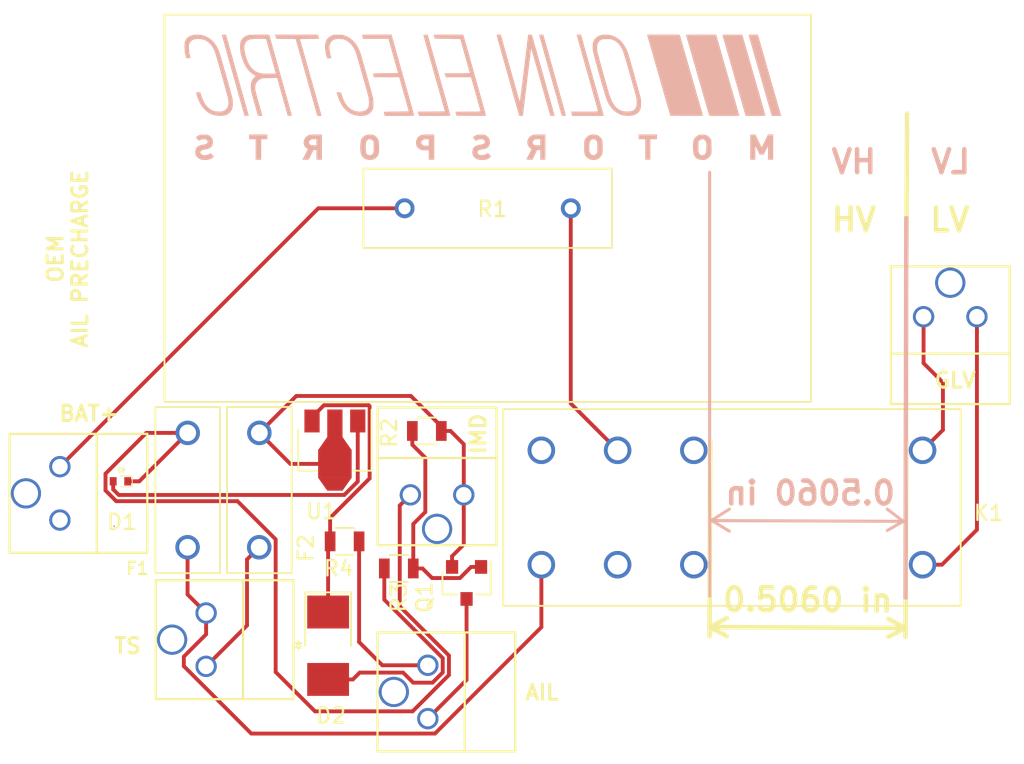
<source format=kicad_pcb>
(kicad_pcb (version 4) (host pcbnew 4.0.7-e2-6376~58~ubuntu16.04.1)

  (general
    (links 24)
    (no_connects 13)
    (area 111.3406 66.858679 180.080001 117.134401)
    (thickness 1.6)
    (drawings 48)
    (tracks 99)
    (zones 0)
    (modules 17)
    (nets 17)
  )

  (page A4)
  (layers
    (0 F.Cu signal)
    (31 B.Cu signal)
    (32 B.Adhes user)
    (33 F.Adhes user)
    (34 B.Paste user)
    (35 F.Paste user)
    (36 B.SilkS user)
    (37 F.SilkS user)
    (38 B.Mask user)
    (39 F.Mask user)
    (40 Dwgs.User user)
    (41 Cmts.User user)
    (42 Eco1.User user)
    (43 Eco2.User user)
    (44 Edge.Cuts user)
    (45 Margin user)
    (46 B.CrtYd user)
    (47 F.CrtYd user)
    (48 B.Fab user)
    (49 F.Fab user)
  )

  (setup
    (last_trace_width 0.254)
    (user_trace_width 0.254)
    (user_trace_width 0.508)
    (user_trace_width 0.762)
    (trace_clearance 0.1524)
    (zone_clearance 0.508)
    (zone_45_only no)
    (trace_min 0.254)
    (segment_width 0.2921)
    (edge_width 0.1)
    (via_size 0.6)
    (via_drill 0.4)
    (via_min_size 0.4)
    (via_min_drill 0.3)
    (uvia_size 0.3)
    (uvia_drill 0.1)
    (uvias_allowed no)
    (uvia_min_size 0)
    (uvia_min_drill 0)
    (pcb_text_width 0.3)
    (pcb_text_size 1.5 1.5)
    (mod_edge_width 0.15)
    (mod_text_size 1 1)
    (mod_text_width 0.15)
    (pad_size 1.5 1.5)
    (pad_drill 0.6)
    (pad_to_mask_clearance 0)
    (aux_axis_origin 0 0)
    (visible_elements FFFFF77F)
    (pcbplotparams
      (layerselection 0x01030_80000001)
      (usegerberextensions false)
      (excludeedgelayer true)
      (linewidth 0.100000)
      (plotframeref true)
      (viasonmask false)
      (mode 1)
      (useauxorigin false)
      (hpglpennumber 1)
      (hpglpenspeed 20)
      (hpglpendiameter 15)
      (hpglpenoverlay 2)
      (psnegative false)
      (psa4output false)
      (plotreference true)
      (plotvalue true)
      (plotinvisibletext false)
      (padsonsilk true)
      (subtractmaskfromsilk false)
      (outputformat 4)
      (mirror false)
      (drillshape 0)
      (scaleselection 1)
      (outputdirectory ""))
  )

  (net 0 "")
  (net 1 "Net-(D1-Pad1)")
  (net 2 "Net-(D1-Pad2)")
  (net 3 "Net-(D2-Pad2)")
  (net 4 "Net-(D2-Pad1)")
  (net 5 "Net-(F1-Pad2)")
  (net 6 "Net-(F2-Pad1)")
  (net 7 "Net-(F2-Pad2)")
  (net 8 "Net-(J1-Pad2)")
  (net 9 "Net-(J1-Pad1)")
  (net 10 "Net-(J2-Pad2)")
  (net 11 "Net-(J2-Pad1)")
  (net 12 "Net-(J5-Pad2)")
  (net 13 "Net-(J5-Pad1)")
  (net 14 "Net-(K1-Pad6)")
  (net 15 "Net-(K1-Pad2)")
  (net 16 "Net-(Q1-Pad1)")

  (net_class Default "This is the default net class."
    (clearance 0.1524)
    (trace_width 0.254)
    (via_dia 0.6)
    (via_drill 0.4)
    (uvia_dia 0.3)
    (uvia_drill 0.1)
    (add_net "Net-(D1-Pad1)")
    (add_net "Net-(D1-Pad2)")
    (add_net "Net-(D2-Pad1)")
    (add_net "Net-(D2-Pad2)")
    (add_net "Net-(F1-Pad2)")
    (add_net "Net-(F2-Pad1)")
    (add_net "Net-(F2-Pad2)")
    (add_net "Net-(J1-Pad1)")
    (add_net "Net-(J1-Pad2)")
    (add_net "Net-(J2-Pad1)")
    (add_net "Net-(J2-Pad2)")
    (add_net "Net-(J5-Pad1)")
    (add_net "Net-(J5-Pad2)")
    (add_net "Net-(K1-Pad2)")
    (add_net "Net-(K1-Pad6)")
    (add_net "Net-(Q1-Pad1)")
  )

  (module footprints:Fuse_TE7_Littelfuse-807Series (layer F.Cu) (tedit 59F9365D) (tstamp 59F7E871)
    (at 125.222 95.25 270)
    (descr "Fuse, TE5, Littlefuse/Wickmann, No. 460, No560,")
    (tags "Fuse TE5 Littlefuse/Wickmann No. 460 No560 ")
    (path /59F17B42)
    (fp_text reference F1 (at 8.89 3.302 360) (layer F.SilkS)
      (effects (font (size 0.8 0.8) (thickness 0.15)))
    )
    (fp_text value F_3.15A_450V (at 3.81 1.524 270) (layer F.Fab) hide
      (effects (font (size 1 1) (thickness 0.15)))
    )
    (fp_line (start -1.5 2) (end 9 2) (layer F.Fab) (width 0.1))
    (fp_line (start 9 2) (end 9 -2) (layer F.Fab) (width 0.1))
    (fp_line (start 9 -2) (end -1.5 -2) (layer F.Fab) (width 0.1))
    (fp_line (start -1.5 -2) (end -1.5 2) (layer F.Fab) (width 0.1))
    (fp_line (start -1.8 -2.25) (end 9.3 -2.25) (layer F.CrtYd) (width 0.05))
    (fp_line (start -1.8 -2.25) (end -1.8 2.25) (layer F.CrtYd) (width 0.05))
    (fp_line (start 9.3 2.25) (end 9.3 -2.25) (layer F.CrtYd) (width 0.05))
    (fp_line (start 9.3 2.25) (end -1.8 2.25) (layer F.CrtYd) (width 0.05))
    (fp_line (start -1.7 -2.12) (end 9.2 -2.12) (layer F.SilkS) (width 0.12))
    (fp_line (start -1.7 -2.12) (end -1.7 2.12) (layer F.SilkS) (width 0.12))
    (fp_line (start 9.2 2.12) (end 9.2 -2.12) (layer F.SilkS) (width 0.12))
    (fp_line (start 9.2 2.12) (end -1.7 2.12) (layer F.SilkS) (width 0.12))
    (pad 1 thru_hole circle (at 0 0 270) (size 1.6 1.6) (drill 1.1) (layers *.Cu *.Mask)
      (net 1 "Net-(D1-Pad1)"))
    (pad 2 thru_hole circle (at 7.5 0.01 270) (size 1.6 1.6) (drill 1.1) (layers *.Cu *.Mask)
      (net 5 "Net-(F1-Pad2)"))
  )

  (module footprints:SOT-23F (layer F.Cu) (tedit 59F24B04) (tstamp 59F7E91C)
    (at 143.51 105.09 270)
    (descr "SOT-23, Standard")
    (tags SOT-23)
    (path /59F7E18F)
    (attr smd)
    (fp_text reference Q1 (at 0.955 2.76 270) (layer F.SilkS)
      (effects (font (size 1 1) (thickness 0.15)))
    )
    (fp_text value SSM3K333R (at 0 2.5 270) (layer F.Fab) hide
      (effects (font (size 1 1) (thickness 0.15)))
    )
    (fp_line (start -0.7 -0.95) (end -0.7 1.5) (layer F.Fab) (width 0.1))
    (fp_line (start -0.15 -1.52) (end 0.7 -1.52) (layer F.Fab) (width 0.1))
    (fp_line (start -0.7 -0.95) (end -0.15 -1.52) (layer F.Fab) (width 0.1))
    (fp_line (start 0.7 -1.52) (end 0.7 1.52) (layer F.Fab) (width 0.1))
    (fp_line (start -0.7 1.52) (end 0.7 1.52) (layer F.Fab) (width 0.1))
    (fp_line (start 0.76 1.58) (end 0.76 0.65) (layer F.SilkS) (width 0.12))
    (fp_line (start 0.76 -1.58) (end 0.76 -0.65) (layer F.SilkS) (width 0.12))
    (fp_line (start -1.7 -1.75) (end 1.7 -1.75) (layer F.CrtYd) (width 0.05))
    (fp_line (start 1.7 -1.75) (end 1.7 1.75) (layer F.CrtYd) (width 0.05))
    (fp_line (start 1.7 1.75) (end -1.7 1.75) (layer F.CrtYd) (width 0.05))
    (fp_line (start -1.7 1.75) (end -1.7 -1.75) (layer F.CrtYd) (width 0.05))
    (fp_line (start 0.76 -1.58) (end -1.4 -1.58) (layer F.SilkS) (width 0.12))
    (fp_line (start 0.76 1.58) (end -0.7 1.58) (layer F.SilkS) (width 0.12))
    (pad 1 smd rect (at -1.05 -0.95 270) (size 0.9 0.8) (layers F.Cu F.Paste F.Mask)
      (net 16 "Net-(Q1-Pad1)"))
    (pad 2 smd rect (at -1.05 0.95 270) (size 0.9 0.8) (layers F.Cu F.Paste F.Mask)
      (net 6 "Net-(F2-Pad1)"))
    (pad 3 smd rect (at 1.05 0 270) (size 0.9 0.8) (layers F.Cu F.Paste F.Mask)
      (net 12 "Net-(J5-Pad2)"))
    (model ${KISYS3DMOD}/TO_SOT_Packages_SMD.3dshapes/SOT-23.wrl
      (at (xyz 0 0 0))
      (scale (xyz 1 1 1))
      (rotate (xyz 0 0 0))
    )
  )

  (module footprints:SOT-89-3 (layer F.Cu) (tedit 59F80503) (tstamp 59F7E974)
    (at 134.874 95.9485 270)
    (descr SOT-89-3)
    (tags SOT-89-3)
    (path /59F7D958)
    (attr smd)
    (fp_text reference U1 (at 4.445 0.889 360) (layer F.SilkS)
      (effects (font (size 1 1) (thickness 0.15)))
    )
    (fp_text value NCP785AH150T1G (at -5.0165 7.62 360) (layer F.Fab) hide
      (effects (font (size 1 1) (thickness 0.15)))
    )
    (fp_text user %R (at 0.38 0 360) (layer F.Fab)
      (effects (font (size 0.6 0.6) (thickness 0.09)))
    )
    (fp_line (start 1.78 1.2) (end 1.78 2.4) (layer F.SilkS) (width 0.12))
    (fp_line (start 1.78 2.4) (end -0.92 2.4) (layer F.SilkS) (width 0.12))
    (fp_line (start -2.22 -2.4) (end 1.78 -2.4) (layer F.SilkS) (width 0.12))
    (fp_line (start 1.78 -2.4) (end 1.78 -1.2) (layer F.SilkS) (width 0.12))
    (fp_line (start -0.92 -1.51) (end -0.13 -2.3) (layer F.Fab) (width 0.1))
    (fp_line (start 1.68 -2.3) (end 1.68 2.3) (layer F.Fab) (width 0.1))
    (fp_line (start 1.68 2.3) (end -0.92 2.3) (layer F.Fab) (width 0.1))
    (fp_line (start -0.92 2.3) (end -0.92 -1.51) (layer F.Fab) (width 0.1))
    (fp_line (start -0.13 -2.3) (end 1.68 -2.3) (layer F.Fab) (width 0.1))
    (fp_line (start 3.23 -2.55) (end 3.23 2.55) (layer F.CrtYd) (width 0.05))
    (fp_line (start 3.23 -2.55) (end -2.48 -2.55) (layer F.CrtYd) (width 0.05))
    (fp_line (start -2.48 2.55) (end 3.23 2.55) (layer F.CrtYd) (width 0.05))
    (fp_line (start -2.48 2.55) (end -2.48 -2.55) (layer F.CrtYd) (width 0.05))
    (pad 2 smd trapezoid (at 2.667 0 180) (size 1.6 0.85) (rect_delta 0 0.6 ) (layers F.Cu F.Paste F.Mask)
      (net 6 "Net-(F2-Pad1)"))
    (pad 1 smd rect (at -1.48 -1.5 180) (size 1 1.5) (layers F.Cu F.Paste F.Mask)
      (net 2 "Net-(D1-Pad2)"))
    (pad 2 smd rect (at -1.3335 0 180) (size 1 1.8) (layers F.Cu F.Paste F.Mask)
      (net 6 "Net-(F2-Pad1)"))
    (pad 3 smd rect (at -1.48 1.5 180) (size 1 1.5) (layers F.Cu F.Paste F.Mask)
      (net 4 "Net-(D2-Pad1)"))
    (pad 2 smd rect (at 1.3335 0 180) (size 2.2 1.84) (layers F.Cu F.Paste F.Mask)
      (net 6 "Net-(F2-Pad1)"))
    (pad 2 smd trapezoid (at -0.0762 0) (size 1.5 1) (rect_delta 0 0.7 ) (layers F.Cu F.Paste F.Mask)
      (net 6 "Net-(F2-Pad1)"))
    (model ${KISYS3DMOD}/TO_SOT_Packages_SMD.3dshapes/SOT-89-3.wrl
      (at (xyz 0 0 0))
      (scale (xyz 1 1 1))
      (rotate (xyz 0 0 0))
    )
  )

  (module footprints:Ultrafit_2 (layer F.Cu) (tedit 59F8E752) (tstamp 59F7E8CF)
    (at 126.4285 110.561 180)
    (path /59F7E5A0)
    (fp_text reference J4 (at -3.612 2.004 270) (layer F.SilkS) hide
      (effects (font (size 1 1) (thickness 0.15)))
    )
    (fp_text value Ultrafit_2 (at 4.572 0.508 270) (layer F.Fab) hide
      (effects (font (size 1 1) (thickness 0.15)))
    )
    (fp_line (start -5.588 -2.032) (end -2.54 -2.032) (layer F.Fab) (width 0.15))
    (fp_line (start -2.54 -2.032) (end -2.54 5.588) (layer F.Fab) (width 0.15))
    (fp_line (start -2.54 5.588) (end -5.588 5.588) (layer F.Fab) (width 0.15))
    (fp_line (start -5.588 5.588) (end -5.588 -2.032) (layer F.Fab) (width 0.15))
    (fp_text user "6.55mm Clearance" (at -4.07 1.75 270) (layer F.Fab) hide
      (effects (font (size 0.5 0.5) (thickness 0.08)))
    )
    (fp_line (start -2.42 -2.15) (end -5.73 -2.15) (layer F.SilkS) (width 0.15))
    (fp_line (start -5.73 -2.15) (end -5.73 5.65) (layer F.SilkS) (width 0.15))
    (fp_line (start -5.73 5.65) (end -2.42 5.65) (layer F.SilkS) (width 0.15))
    (fp_line (start -2.42 5.65) (end 3.302 5.65) (layer F.SilkS) (width 0.15))
    (fp_line (start -2.42 -2.15) (end 3.302 -2.15) (layer F.SilkS) (width 0.15))
    (fp_line (start -2.42 5.65) (end -2.42 -2.15) (layer F.SilkS) (width 0.15))
    (fp_line (start 3.302 5.65) (end 3.302 -2.15) (layer F.SilkS) (width 0.15))
    (pad 2 thru_hole circle (at 0 0 180) (size 1.397 1.397) (drill 1.02) (layers *.Cu *.Mask)
      (net 7 "Net-(F2-Pad2)"))
    (pad 1 thru_hole circle (at 0 3.5 180) (size 1.397 1.397) (drill 1.02) (layers *.Cu *.Mask)
      (net 5 "Net-(F1-Pad2)"))
    (pad "" thru_hole circle (at 2.23 1.75 180) (size 1.981 1.981) (drill 1.6) (layers *.Cu *.Mask))
  )

  (module footprints:Relay_SPDT_OMRON-G2RL-1-E (layer F.Cu) (tedit 59F2939B) (tstamp 59F7E908)
    (at 173.416 96.393 180)
    (descr "Relay SPDT Omron Serie G6E")
    (tags "Relay SPDT Omron Serie G6E 1x um")
    (path /59F7BCE6)
    (fp_text reference K1 (at -4.334 -4.107 180) (layer F.SilkS)
      (effects (font (size 1 1) (thickness 0.15)))
    )
    (fp_text value G2RL-1-E (at 11.43 3.81 180) (layer F.Fab) hide
      (effects (font (size 1 1) (thickness 0.15)))
    )
    (fp_line (start 23 -11.43) (end 25 -11.43) (layer F.Fab) (width 0.15))
    (fp_line (start 25 -8.89) (end 25 -11.43) (layer F.Fab) (width 0.15))
    (fp_line (start 15 -11.43) (end 18.8 -11.43) (layer F.Fab) (width 0.15))
    (fp_line (start 15 -8.89) (end 15 -11.43) (layer F.Fab) (width 0.15))
    (fp_line (start 20 -8.8) (end 19 -12) (layer F.Fab) (width 0.15))
    (fp_line (start 0 -3.25) (end 0 -1.15) (layer F.Fab) (width 0.15))
    (fp_line (start 0 -6.35) (end 0 -4.25) (layer F.Fab) (width 0.15))
    (fp_line (start 1 -4.25) (end 1 -3.25) (layer F.Fab) (width 0.15))
    (fp_line (start -1 -3.25) (end 1 -3.25) (layer F.Fab) (width 0.15))
    (fp_line (start -1 -4.25) (end -1 -3.25) (layer F.Fab) (width 0.15))
    (fp_line (start -1 -4.25) (end 1 -4.25) (layer F.Fab) (width 0.15))
    (fp_line (start 15 -6.35) (end 15 -1.15) (layer F.Fab) (width 0.15))
    (fp_line (start 20 -6.35) (end 20 -1.15) (layer F.Fab) (width 0.15))
    (fp_line (start 25 -6.35) (end 25 -1.15) (layer F.Fab) (width 0.15))
    (fp_line (start -2.5 -10.2) (end 27.5 -10.2) (layer F.SilkS) (width 0.12))
    (fp_line (start 27.5 -10.2) (end 27.5 2.7) (layer F.SilkS) (width 0.12))
    (fp_line (start -2.5 2.7) (end 27.5 2.7) (layer F.SilkS) (width 0.12))
    (fp_line (start -2.5 -10.2) (end -2.5 2.7) (layer F.SilkS) (width 0.12))
    (fp_line (start -2.3 2.5) (end 27.3 2.5) (layer F.Fab) (width 0.12))
    (fp_line (start 27.3 2.5) (end 27.3 -10) (layer F.Fab) (width 0.12))
    (fp_line (start -2.3 -10) (end 27.3 -10) (layer F.Fab) (width 0.12))
    (fp_line (start -2.3 -10) (end -2.3 2.5) (layer F.Fab) (width 0.12))
    (fp_line (start -2.7 -10.4) (end 27.7 -10.4) (layer F.CrtYd) (width 0.05))
    (fp_line (start -2.7 -10.4) (end -2.7 2.9) (layer F.CrtYd) (width 0.05))
    (fp_line (start 27.7 -10.4) (end 27.7 2.9) (layer F.CrtYd) (width 0.05))
    (fp_line (start -2.7 2.9) (end 27.7 2.9) (layer F.CrtYd) (width 0.05))
    (pad 3 thru_hole circle (at 20 -7.5 180) (size 1.8 1.8) (drill 1.3) (layers *.Cu *.Mask))
    (pad 6 thru_hole circle (at 20 0 180) (size 1.8 1.8) (drill 1.3) (layers *.Cu *.Mask)
      (net 14 "Net-(K1-Pad6)"))
    (pad 7 thru_hole circle (at 15 0 180) (size 1.8 1.8) (drill 1.3) (layers *.Cu *.Mask))
    (pad 8 thru_hole circle (at 0 0 180) (size 1.8 1.8) (drill 1.3) (layers *.Cu *.Mask)
      (net 10 "Net-(J2-Pad2)"))
    (pad 1 thru_hole circle (at 0 -7.5 180) (size 1.8 1.8) (drill 1.3) (layers *.Cu *.Mask)
      (net 11 "Net-(J2-Pad1)"))
    (pad 2 thru_hole circle (at 15 -7.5 180) (size 1.8 1.8) (drill 1.3) (layers *.Cu *.Mask)
      (net 15 "Net-(K1-Pad2)"))
    (pad 5 thru_hole circle (at 25 0 180) (size 1.8 1.8) (drill 1.3) (layers *.Cu *.Mask))
    (pad 4 thru_hole circle (at 25 -7.5 180) (size 1.8 1.8) (drill 1.3) (layers *.Cu *.Mask)
      (net 5 "Net-(F1-Pad2)"))
    (model ${KISYS3DMOD}/Relays_THT.3dshapes/Relay_SPDT_OMRON-G6E.wrl
      (at (xyz 0 0 0))
      (scale (xyz 1 1 1))
      (rotate (xyz 0 0 0))
    )
  )

  (module footprints:D_SOD-923 (layer F.Cu) (tedit 59F249FD) (tstamp 59F7E848)
    (at 120.81 98.425 180)
    (descr SOD-110)
    (tags SOD-110)
    (path /59E581B5)
    (attr smd)
    (fp_text reference D1 (at -0.094 -2.667 360) (layer F.SilkS)
      (effects (font (size 1 1) (thickness 0.15)))
    )
    (fp_text value D_Zener_20V (at 0.254 1.778 180) (layer F.Fab) hide
      (effects (font (size 1 1) (thickness 0.15)))
    )
    (fp_line (start -0.78 -0.355) (end -0.78 0.355) (layer F.SilkS) (width 0.06))
    (fp_line (start 0.1 0.762) (end 0.25 0.762) (layer F.SilkS) (width 0.06))
    (fp_line (start 0.1 0.562) (end -0.2 0.762) (layer F.SilkS) (width 0.06))
    (fp_line (start 0.1 0.962) (end 0.1 0.562) (layer F.SilkS) (width 0.06))
    (fp_line (start -0.2 0.762) (end 0.1 0.962) (layer F.SilkS) (width 0.06))
    (fp_line (start -0.2 0.762) (end -0.35 0.762) (layer F.SilkS) (width 0.06))
    (fp_line (start -0.2 0.962) (end -0.2 0.562) (layer F.SilkS) (width 0.06))
    (fp_line (start -0.475 -0.3) (end 0.475 -0.3) (layer F.Fab) (width 0.06))
    (fp_line (start 0.475 0.3) (end 0.475 -0.3) (layer F.Fab) (width 0.06))
    (fp_line (start 0.475 0.3) (end -0.475 0.3) (layer F.Fab) (width 0.06))
    (fp_line (start -0.475 0.3) (end -0.475 -0.3) (layer F.Fab) (width 0.06))
    (fp_line (start -0.87 -0.445) (end 0.87 -0.445) (layer F.CrtYd) (width 0.05))
    (fp_line (start 0.87 -0.445) (end 0.87 0.445) (layer F.CrtYd) (width 0.05))
    (fp_line (start 0.87 0.445) (end -0.87 0.445) (layer F.CrtYd) (width 0.05))
    (fp_line (start -0.87 -0.445) (end -0.87 0.445) (layer F.CrtYd) (width 0.05))
    (fp_line (start -0.78 0.355) (end 0 0.355) (layer F.SilkS) (width 0.06))
    (fp_line (start -0.78 -0.355) (end 0 -0.355) (layer F.SilkS) (width 0.06))
    (pad 1 smd rect (at -0.475 0 180) (size 0.45 0.55) (layers F.Cu F.Paste F.Mask)
      (net 1 "Net-(D1-Pad1)"))
    (pad 2 smd rect (at 0.475 0 180) (size 0.45 0.55) (layers F.Cu F.Paste F.Mask)
      (net 2 "Net-(D1-Pad2)"))
    (model ${KISYS3DMOD}/Diodes_SMD.3dshapes/D_SOD-110.wrl
      (at (xyz 0 0 0))
      (scale (xyz 1 1 1))
      (rotate (xyz 0 0 0))
    )
  )

  (module footprints:D_13V_Zener (layer F.Cu) (tedit 59F247BB) (tstamp 59F7E85F)
    (at 134.4295 109.2075 270)
    (descr "http://www.diodes.com/datasheets/ap02001.pdf p.144")
    (tags "Diode SOD523")
    (path /59E58220)
    (attr smd)
    (fp_text reference D2 (at 4.5845 -0.1905 540) (layer F.SilkS)
      (effects (font (size 1 1) (thickness 0.15)))
    )
    (fp_text value D_Zener_13V (at 0 3.81 270) (layer F.Fab) hide
      (effects (font (size 1 1) (thickness 0.15)))
    )
    (fp_line (start -3.5 -1.5) (end -3.5 1.5) (layer F.SilkS) (width 0.12))
    (fp_line (start 3.7 -1.7) (end 3.7 1.7) (layer F.CrtYd) (width 0.05))
    (fp_line (start -3.7 -1.7) (end 3.7 -1.7) (layer F.CrtYd) (width 0.05))
    (fp_line (start -3.7 1.7) (end -3.7 -1.7) (layer F.CrtYd) (width 0.05))
    (fp_line (start -3.7 1.7) (end 3.7 1.7) (layer F.CrtYd) (width 0.05))
    (fp_line (start 0.13 1.95) (end 0.28 1.95) (layer F.SilkS) (width 0.1))
    (fp_line (start 0.13 1.75) (end -0.17 1.95) (layer F.SilkS) (width 0.1))
    (fp_line (start 0.13 2.15) (end 0.13 1.75) (layer F.SilkS) (width 0.1))
    (fp_line (start -0.17 1.95) (end 0.13 2.15) (layer F.SilkS) (width 0.1))
    (fp_line (start -0.17 1.95) (end -0.32 1.95) (layer F.SilkS) (width 0.1))
    (fp_line (start -0.17 2.15) (end -0.17 1.75) (layer F.SilkS) (width 0.1))
    (fp_line (start 2.2 -1.4) (end 2.2 1.4) (layer F.Fab) (width 0.1))
    (fp_line (start -2.2 -1.4) (end 2.2 -1.4) (layer F.Fab) (width 0.1))
    (fp_line (start -2.2 1.4) (end -2.2 -1.4) (layer F.Fab) (width 0.1))
    (fp_line (start 2.2 1.4) (end -2.2 1.4) (layer F.Fab) (width 0.1))
    (fp_line (start -3.5 1.5) (end 0 1.5) (layer F.SilkS) (width 0.12))
    (fp_line (start -3.5 -1.5) (end 0 -1.5) (layer F.SilkS) (width 0.12))
    (pad 2 smd rect (at 2.21 0 90) (size 2.159 2.743) (layers F.Cu F.Paste F.Mask)
      (net 3 "Net-(D2-Pad2)"))
    (pad 1 smd rect (at -2.21 0 90) (size 2.159 2.743) (layers F.Cu F.Paste F.Mask)
      (net 4 "Net-(D2-Pad1)"))
    (model ${KISYS3DMOD}/Diodes_SMD.3dshapes/D_SOD-523.wrl
      (at (xyz 0 0 0))
      (scale (xyz 1 1 1))
      (rotate (xyz 0 0 0))
    )
  )

  (module footprints:Fuse_TE7_Littelfuse-807Series (layer F.Cu) (tedit 59F80508) (tstamp 59F7E883)
    (at 129.921 95.25 270)
    (descr "Fuse, TE5, Littlefuse/Wickmann, No. 460, No560,")
    (tags "Fuse TE5 Littlefuse/Wickmann No. 460 No560 ")
    (path /59F17CE0)
    (fp_text reference F2 (at 7.5565 -3.048 270) (layer F.SilkS)
      (effects (font (size 1 1) (thickness 0.15)))
    )
    (fp_text value F_3.15A_450V (at 3.944 -1.26 270) (layer F.Fab) hide
      (effects (font (size 1 1) (thickness 0.15)))
    )
    (fp_line (start -1.5 2) (end 9 2) (layer F.Fab) (width 0.1))
    (fp_line (start 9 2) (end 9 -2) (layer F.Fab) (width 0.1))
    (fp_line (start 9 -2) (end -1.5 -2) (layer F.Fab) (width 0.1))
    (fp_line (start -1.5 -2) (end -1.5 2) (layer F.Fab) (width 0.1))
    (fp_line (start -1.8 -2.25) (end 9.3 -2.25) (layer F.CrtYd) (width 0.05))
    (fp_line (start -1.8 -2.25) (end -1.8 2.25) (layer F.CrtYd) (width 0.05))
    (fp_line (start 9.3 2.25) (end 9.3 -2.25) (layer F.CrtYd) (width 0.05))
    (fp_line (start 9.3 2.25) (end -1.8 2.25) (layer F.CrtYd) (width 0.05))
    (fp_line (start -1.7 -2.12) (end 9.2 -2.12) (layer F.SilkS) (width 0.12))
    (fp_line (start -1.7 -2.12) (end -1.7 2.12) (layer F.SilkS) (width 0.12))
    (fp_line (start 9.2 2.12) (end 9.2 -2.12) (layer F.SilkS) (width 0.12))
    (fp_line (start 9.2 2.12) (end -1.7 2.12) (layer F.SilkS) (width 0.12))
    (pad 1 thru_hole circle (at 0 0 270) (size 1.6 1.6) (drill 1.1) (layers *.Cu *.Mask)
      (net 6 "Net-(F2-Pad1)"))
    (pad 2 thru_hole circle (at 7.5 0.01 270) (size 1.6 1.6) (drill 1.1) (layers *.Cu *.Mask)
      (net 7 "Net-(F2-Pad2)"))
  )

  (module footprints:Ultrafit_2 (layer F.Cu) (tedit 59F8E757) (tstamp 59F7E896)
    (at 116.84 100.965 180)
    (path /59F2943A)
    (fp_text reference J1 (at -4.12 -1.044 270) (layer F.SilkS) hide
      (effects (font (size 1 1) (thickness 0.15)))
    )
    (fp_text value Ultrafit_2 (at 4.572 0.508 270) (layer F.Fab) hide
      (effects (font (size 1 1) (thickness 0.15)))
    )
    (fp_line (start -5.588 -2.032) (end -2.54 -2.032) (layer F.Fab) (width 0.15))
    (fp_line (start -2.54 -2.032) (end -2.54 5.588) (layer F.Fab) (width 0.15))
    (fp_line (start -2.54 5.588) (end -5.588 5.588) (layer F.Fab) (width 0.15))
    (fp_line (start -5.588 5.588) (end -5.588 -2.032) (layer F.Fab) (width 0.15))
    (fp_text user "6.55mm Clearance" (at -4.07 1.75 270) (layer F.Fab) hide
      (effects (font (size 0.5 0.5) (thickness 0.08)))
    )
    (fp_line (start -2.42 -2.15) (end -5.73 -2.15) (layer F.SilkS) (width 0.15))
    (fp_line (start -5.73 -2.15) (end -5.73 5.65) (layer F.SilkS) (width 0.15))
    (fp_line (start -5.73 5.65) (end -2.42 5.65) (layer F.SilkS) (width 0.15))
    (fp_line (start -2.42 5.65) (end 3.302 5.65) (layer F.SilkS) (width 0.15))
    (fp_line (start -2.42 -2.15) (end 3.302 -2.15) (layer F.SilkS) (width 0.15))
    (fp_line (start -2.42 5.65) (end -2.42 -2.15) (layer F.SilkS) (width 0.15))
    (fp_line (start 3.302 5.65) (end 3.302 -2.15) (layer F.SilkS) (width 0.15))
    (pad 2 thru_hole circle (at 0 0 180) (size 1.397 1.397) (drill 1.02) (layers *.Cu *.Mask)
      (net 8 "Net-(J1-Pad2)"))
    (pad 1 thru_hole circle (at 0 3.5 180) (size 1.397 1.397) (drill 1.02) (layers *.Cu *.Mask)
      (net 9 "Net-(J1-Pad1)"))
    (pad "" thru_hole circle (at 2.23 1.75 180) (size 1.981 1.981) (drill 1.6) (layers *.Cu *.Mask))
  )

  (module footprints:Ultrafit_2 (layer F.Cu) (tedit 59F934F3) (tstamp 59F7E8A9)
    (at 173.482 87.63 90)
    (path /59F29554)
    (fp_text reference J2 (at 9.0678 0.5917 90) (layer F.SilkS) hide
      (effects (font (size 1 1) (thickness 0.15)))
    )
    (fp_text value Ultrafit_2 (at 4.572 0.508 180) (layer F.Fab) hide
      (effects (font (size 1 1) (thickness 0.15)))
    )
    (fp_line (start -5.588 -2.032) (end -2.54 -2.032) (layer F.Fab) (width 0.15))
    (fp_line (start -2.54 -2.032) (end -2.54 5.588) (layer F.Fab) (width 0.15))
    (fp_line (start -2.54 5.588) (end -5.588 5.588) (layer F.Fab) (width 0.15))
    (fp_line (start -5.588 5.588) (end -5.588 -2.032) (layer F.Fab) (width 0.15))
    (fp_text user "6.55mm Clearance" (at -4.07 1.75 180) (layer F.Fab) hide
      (effects (font (size 0.5 0.5) (thickness 0.08)))
    )
    (fp_line (start -2.42 -2.15) (end -5.73 -2.15) (layer F.SilkS) (width 0.15))
    (fp_line (start -5.73 -2.15) (end -5.73 5.65) (layer F.SilkS) (width 0.15))
    (fp_line (start -5.73 5.65) (end -2.42 5.65) (layer F.SilkS) (width 0.15))
    (fp_line (start -2.42 5.65) (end 3.302 5.65) (layer F.SilkS) (width 0.15))
    (fp_line (start -2.42 -2.15) (end 3.302 -2.15) (layer F.SilkS) (width 0.15))
    (fp_line (start -2.42 5.65) (end -2.42 -2.15) (layer F.SilkS) (width 0.15))
    (fp_line (start 3.302 5.65) (end 3.302 -2.15) (layer F.SilkS) (width 0.15))
    (pad 2 thru_hole circle (at 0 0 90) (size 1.397 1.397) (drill 1.02) (layers *.Cu *.Mask)
      (net 10 "Net-(J2-Pad2)"))
    (pad 1 thru_hole circle (at 0 3.5 90) (size 1.397 1.397) (drill 1.02) (layers *.Cu *.Mask)
      (net 11 "Net-(J2-Pad1)"))
    (pad "" thru_hole circle (at 2.23 1.75 90) (size 1.981 1.981) (drill 1.6) (layers *.Cu *.Mask))
  )

  (module footprints:Ultrafit_2 (layer F.Cu) (tedit 59FA73B6) (tstamp 59F7E8BC)
    (at 143.327 99.314 270)
    (path /59F7EC24)
    (fp_text reference J3 (at -13.4672 -0.7646 270) (layer F.SilkS) hide
      (effects (font (size 1 1) (thickness 0.15)))
    )
    (fp_text value Ultrafit_2 (at 4.572 0.508 360) (layer F.Fab) hide
      (effects (font (size 1 1) (thickness 0.15)))
    )
    (fp_line (start -5.588 -2.032) (end -2.54 -2.032) (layer F.Fab) (width 0.15))
    (fp_line (start -2.54 -2.032) (end -2.54 5.588) (layer F.Fab) (width 0.15))
    (fp_line (start -2.54 5.588) (end -5.588 5.588) (layer F.Fab) (width 0.15))
    (fp_line (start -5.588 5.588) (end -5.588 -2.032) (layer F.Fab) (width 0.15))
    (fp_text user "6.55mm Clearance" (at -4.07 1.75 360) (layer F.Fab) hide
      (effects (font (size 0.5 0.5) (thickness 0.08)))
    )
    (fp_line (start -2.42 -2.15) (end -5.73 -2.15) (layer F.SilkS) (width 0.15))
    (fp_line (start -5.73 -2.15) (end -5.73 5.65) (layer F.SilkS) (width 0.15))
    (fp_line (start -5.73 5.65) (end -2.42 5.65) (layer F.SilkS) (width 0.15))
    (fp_line (start -2.42 5.65) (end 3.302 5.65) (layer F.SilkS) (width 0.15))
    (fp_line (start -2.42 -2.15) (end 3.302 -2.15) (layer F.SilkS) (width 0.15))
    (fp_line (start -2.42 5.65) (end -2.42 -2.15) (layer F.SilkS) (width 0.15))
    (fp_line (start 3.302 5.65) (end 3.302 -2.15) (layer F.SilkS) (width 0.15))
    (pad 2 thru_hole circle (at 0 0 270) (size 1.397 1.397) (drill 1.02) (layers *.Cu *.Mask)
      (net 6 "Net-(F2-Pad1)"))
    (pad 1 thru_hole circle (at 0 3.5 270) (size 1.397 1.397) (drill 1.02) (layers *.Cu *.Mask)
      (net 1 "Net-(D1-Pad1)"))
    (pad "" thru_hole circle (at 2.23 1.75 270) (size 1.981 1.981) (drill 1.6) (layers *.Cu *.Mask))
  )

  (module footprints:Ultrafit_2 (layer F.Cu) (tedit 59F9351C) (tstamp 59F7E8E2)
    (at 140.97 113.99 180)
    (path /59F7E7E5)
    (fp_text reference J5 (at -4.0894 -1.1228 270) (layer F.SilkS) hide
      (effects (font (size 1 1) (thickness 0.15)))
    )
    (fp_text value Ultrafit_2 (at 4.572 0.508 270) (layer F.Fab) hide
      (effects (font (size 1 1) (thickness 0.15)))
    )
    (fp_line (start -5.588 -2.032) (end -2.54 -2.032) (layer F.Fab) (width 0.15))
    (fp_line (start -2.54 -2.032) (end -2.54 5.588) (layer F.Fab) (width 0.15))
    (fp_line (start -2.54 5.588) (end -5.588 5.588) (layer F.Fab) (width 0.15))
    (fp_line (start -5.588 5.588) (end -5.588 -2.032) (layer F.Fab) (width 0.15))
    (fp_text user "6.55mm Clearance" (at -4.07 1.75 270) (layer F.Fab) hide
      (effects (font (size 0.5 0.5) (thickness 0.08)))
    )
    (fp_line (start -2.42 -2.15) (end -5.73 -2.15) (layer F.SilkS) (width 0.15))
    (fp_line (start -5.73 -2.15) (end -5.73 5.65) (layer F.SilkS) (width 0.15))
    (fp_line (start -5.73 5.65) (end -2.42 5.65) (layer F.SilkS) (width 0.15))
    (fp_line (start -2.42 5.65) (end 3.302 5.65) (layer F.SilkS) (width 0.15))
    (fp_line (start -2.42 -2.15) (end 3.302 -2.15) (layer F.SilkS) (width 0.15))
    (fp_line (start -2.42 5.65) (end -2.42 -2.15) (layer F.SilkS) (width 0.15))
    (fp_line (start 3.302 5.65) (end 3.302 -2.15) (layer F.SilkS) (width 0.15))
    (pad 2 thru_hole circle (at 0 0 180) (size 1.397 1.397) (drill 1.02) (layers *.Cu *.Mask)
      (net 12 "Net-(J5-Pad2)"))
    (pad 1 thru_hole circle (at 0 3.5 180) (size 1.397 1.397) (drill 1.02) (layers *.Cu *.Mask)
      (net 13 "Net-(J5-Pad1)"))
    (pad "" thru_hole circle (at 2.23 1.75 180) (size 1.981 1.981) (drill 1.6) (layers *.Cu *.Mask))
  )

  (module footprints:R_0805_OEM (layer F.Cu) (tedit 59F25131) (tstamp 59F7E93C)
    (at 140.904 95.123)
    (descr "Resistor SMD 0805, reflow soldering, Vishay (see dcrcw.pdf)")
    (tags "resistor 0805")
    (path /59F2AE59)
    (attr smd)
    (fp_text reference R2 (at -2.474 0.127 90) (layer F.SilkS)
      (effects (font (size 1 1) (thickness 0.15)))
    )
    (fp_text value R_300k (at 0 1.75) (layer F.Fab) hide
      (effects (font (size 1 1) (thickness 0.15)))
    )
    (fp_line (start -1 0.62) (end -1 -0.62) (layer F.Fab) (width 0.1))
    (fp_line (start 1 0.62) (end -1 0.62) (layer F.Fab) (width 0.1))
    (fp_line (start 1 -0.62) (end 1 0.62) (layer F.Fab) (width 0.1))
    (fp_line (start -1 -0.62) (end 1 -0.62) (layer F.Fab) (width 0.1))
    (fp_line (start 0.6 0.88) (end -0.6 0.88) (layer F.SilkS) (width 0.12))
    (fp_line (start -0.6 -0.88) (end 0.6 -0.88) (layer F.SilkS) (width 0.12))
    (fp_line (start -1.55 -0.9) (end 1.55 -0.9) (layer F.CrtYd) (width 0.05))
    (fp_line (start -1.55 -0.9) (end -1.55 0.9) (layer F.CrtYd) (width 0.05))
    (fp_line (start 1.55 0.9) (end 1.55 -0.9) (layer F.CrtYd) (width 0.05))
    (fp_line (start 1.55 0.9) (end -1.55 0.9) (layer F.CrtYd) (width 0.05))
    (pad 1 smd rect (at -0.95 0) (size 0.7 1.3) (layers F.Cu F.Paste F.Mask)
      (net 16 "Net-(Q1-Pad1)"))
    (pad 2 smd rect (at 0.95 0) (size 0.7 1.3) (layers F.Cu F.Paste F.Mask)
      (net 6 "Net-(F2-Pad1)"))
    (model ${KISYS3DMOD}/Resistors_SMD.3dshapes/R_0805.wrl
      (at (xyz 0 0 0))
      (scale (xyz 1 1 1))
      (rotate (xyz 0 0 0))
    )
  )

  (module footprints:R_0805_OEM (layer F.Cu) (tedit 59F25131) (tstamp 59F7E94C)
    (at 139.065 104.14)
    (descr "Resistor SMD 0805, reflow soldering, Vishay (see dcrcw.pdf)")
    (tags "resistor 0805")
    (path /59F2ACA9)
    (attr smd)
    (fp_text reference R3 (at 0 1.905 90) (layer F.SilkS)
      (effects (font (size 1 1) (thickness 0.15)))
    )
    (fp_text value R_3k (at 0 1.75) (layer F.Fab) hide
      (effects (font (size 1 1) (thickness 0.15)))
    )
    (fp_line (start -1 0.62) (end -1 -0.62) (layer F.Fab) (width 0.1))
    (fp_line (start 1 0.62) (end -1 0.62) (layer F.Fab) (width 0.1))
    (fp_line (start 1 -0.62) (end 1 0.62) (layer F.Fab) (width 0.1))
    (fp_line (start -1 -0.62) (end 1 -0.62) (layer F.Fab) (width 0.1))
    (fp_line (start 0.6 0.88) (end -0.6 0.88) (layer F.SilkS) (width 0.12))
    (fp_line (start -0.6 -0.88) (end 0.6 -0.88) (layer F.SilkS) (width 0.12))
    (fp_line (start -1.55 -0.9) (end 1.55 -0.9) (layer F.CrtYd) (width 0.05))
    (fp_line (start -1.55 -0.9) (end -1.55 0.9) (layer F.CrtYd) (width 0.05))
    (fp_line (start 1.55 0.9) (end 1.55 -0.9) (layer F.CrtYd) (width 0.05))
    (fp_line (start 1.55 0.9) (end -1.55 0.9) (layer F.CrtYd) (width 0.05))
    (pad 1 smd rect (at -0.95 0) (size 0.7 1.3) (layers F.Cu F.Paste F.Mask)
      (net 3 "Net-(D2-Pad2)"))
    (pad 2 smd rect (at 0.95 0) (size 0.7 1.3) (layers F.Cu F.Paste F.Mask)
      (net 16 "Net-(Q1-Pad1)"))
    (model ${KISYS3DMOD}/Resistors_SMD.3dshapes/R_0805.wrl
      (at (xyz 0 0 0))
      (scale (xyz 1 1 1))
      (rotate (xyz 0 0 0))
    )
  )

  (module footprints:R_0805_OEM (layer F.Cu) (tedit 59F25131) (tstamp 59F7E95C)
    (at 135.5115 102.362 180)
    (descr "Resistor SMD 0805, reflow soldering, Vishay (see dcrcw.pdf)")
    (tags "resistor 0805")
    (path /59F2AB78)
    (attr smd)
    (fp_text reference R4 (at 0.3835 -1.778 360) (layer F.SilkS)
      (effects (font (size 1 1) (thickness 0.15)))
    )
    (fp_text value R_6.2k (at 0 1.75 180) (layer F.Fab) hide
      (effects (font (size 1 1) (thickness 0.15)))
    )
    (fp_line (start -1 0.62) (end -1 -0.62) (layer F.Fab) (width 0.1))
    (fp_line (start 1 0.62) (end -1 0.62) (layer F.Fab) (width 0.1))
    (fp_line (start 1 -0.62) (end 1 0.62) (layer F.Fab) (width 0.1))
    (fp_line (start -1 -0.62) (end 1 -0.62) (layer F.Fab) (width 0.1))
    (fp_line (start 0.6 0.88) (end -0.6 0.88) (layer F.SilkS) (width 0.12))
    (fp_line (start -0.6 -0.88) (end 0.6 -0.88) (layer F.SilkS) (width 0.12))
    (fp_line (start -1.55 -0.9) (end 1.55 -0.9) (layer F.CrtYd) (width 0.05))
    (fp_line (start -1.55 -0.9) (end -1.55 0.9) (layer F.CrtYd) (width 0.05))
    (fp_line (start 1.55 0.9) (end 1.55 -0.9) (layer F.CrtYd) (width 0.05))
    (fp_line (start 1.55 0.9) (end -1.55 0.9) (layer F.CrtYd) (width 0.05))
    (pad 1 smd rect (at -0.95 0 180) (size 0.7 1.3) (layers F.Cu F.Paste F.Mask)
      (net 13 "Net-(J5-Pad1)"))
    (pad 2 smd rect (at 0.95 0 180) (size 0.7 1.3) (layers F.Cu F.Paste F.Mask)
      (net 4 "Net-(D2-Pad1)"))
    (model ${KISYS3DMOD}/Resistors_SMD.3dshapes/R_0805.wrl
      (at (xyz 0 0 0))
      (scale (xyz 1 1 1))
      (rotate (xyz 0 0 0))
    )
  )

  (module footprints:R_1k_HS_TO247 (layer F.Cu) (tedit 59F91701) (tstamp 59F92938)
    (at 139.446 80.518)
    (descr "Resistor, Radial_Power series, Radial, pin pitch=5.00mm, 2W, length*width=11*7mm^2, http://www.vishay.com/docs/30218/cpcx.pdf")
    (tags "Resistor Radial_Power series Radial pin pitch 5.00mm 2W length 11mm width 7mm")
    (path /59F91DD2)
    (fp_text reference R1 (at 5.7565 0.0508) (layer F.SilkS)
      (effects (font (size 1 1) (thickness 0.15)))
    )
    (fp_text value R_1k_HS (at 5.08 5.08) (layer F.Fab) hide
      (effects (font (size 1 1) (thickness 0.15)))
    )
    (fp_line (start -2.55 2.4) (end -2.55 -2.4) (layer F.Fab) (width 0.1))
    (fp_line (start -2.55 2.4) (end 13.45 2.4) (layer F.Fab) (width 0.1))
    (fp_line (start 13.45 2.4) (end 13.45 -2.4) (layer F.Fab) (width 0.1))
    (fp_line (start -2.55 -2.4) (end 13.45 -2.4) (layer F.Fab) (width 0.1))
    (fp_line (start -2.7 -2.6) (end 13.6 -2.6) (layer F.SilkS) (width 0.12))
    (fp_line (start -15.75 -12.7) (end 26.65 -12.7) (layer F.SilkS) (width 0.12))
    (fp_line (start -2.7 -2.6) (end -2.7 2.6) (layer F.SilkS) (width 0.12))
    (fp_line (start 13.6 -2.6) (end 13.6 2.6) (layer F.SilkS) (width 0.12))
    (fp_line (start -2.8 -2.7) (end -2.8 2.7) (layer F.CrtYd) (width 0.05))
    (fp_line (start 13.7 2.7) (end -2.8 2.7) (layer F.CrtYd) (width 0.05))
    (fp_line (start 13.7 2.7) (end 13.7 -2.7) (layer F.CrtYd) (width 0.05))
    (fp_line (start -2.8 -2.7) (end 13.7 -2.7) (layer F.CrtYd) (width 0.05))
    (fp_line (start -15.55 12.5) (end 26.45 12.5) (layer F.Fab) (width 0.1))
    (fp_line (start -15.55 -12.5) (end 26.45 -12.5) (layer F.Fab) (width 0.1))
    (fp_line (start -15.55 12.5) (end -15.55 -12.5) (layer F.Fab) (width 0.1))
    (fp_line (start 26.45 12.5) (end 26.45 -12.5) (layer F.Fab) (width 0.1))
    (fp_line (start -2.7 2.6) (end 13.6 2.6) (layer F.SilkS) (width 0.12))
    (fp_line (start -15.75 12.7) (end 26.65 12.7) (layer F.SilkS) (width 0.12))
    (fp_line (start 26.65 12.7) (end 26.65 -12.7) (layer F.SilkS) (width 0.12))
    (fp_line (start -15.75 12.7) (end -15.75 -12.7) (layer F.SilkS) (width 0.12))
    (fp_line (start -15.85 12.8) (end 26.75 12.8) (layer F.CrtYd) (width 0.05))
    (fp_line (start -15.85 -12.8) (end 26.75 -12.8) (layer F.CrtYd) (width 0.05))
    (fp_line (start -15.85 -12.8) (end -15.85 12.8) (layer F.CrtYd) (width 0.05))
    (fp_line (start 26.75 12.8) (end 26.75 -12.8) (layer F.CrtYd) (width 0.05))
    (pad 1 thru_hole circle (at 0 0) (size 1.3 1.3) (drill 0.8) (layers *.Cu *.Mask)
      (net 9 "Net-(J1-Pad1)"))
    (pad 2 thru_hole circle (at 10.9 0) (size 1.3 1.3) (drill 0.8) (layers *.Cu *.Mask)
      (net 14 "Net-(K1-Pad6)"))
    (model ${KISYS3DMOD}/Resistors_THT.3dshapes/R_Radial_Power_L11.0mm_W7.0mm_P5.00mm.wrl
      (at (xyz 0 0 0))
      (scale (xyz 0.393701 0.393701 0.393701))
      (rotate (xyz 0 0 0))
    )
  )

  (module footprints:Logo_Large (layer B.Cu) (tedit 0) (tstamp 59FA8352)
    (at 144.5895 73.2409 180)
    (fp_text reference G*** (at 0 0 180) (layer B.SilkS) hide
      (effects (font (thickness 0.3)) (justify mirror))
    )
    (fp_text value LOGO (at 0.75 0 180) (layer B.SilkS) hide
      (effects (font (thickness 0.3)) (justify mirror))
    )
    (fp_poly (pts (xy -14.269056 -2.445555) (xy -14.130943 -2.477693) (xy -14.012867 -2.544457) (xy -13.923681 -2.626981)
      (xy -13.862089 -2.706125) (xy -13.817602 -2.795727) (xy -13.788451 -2.90426) (xy -13.772863 -3.040195)
      (xy -13.769069 -3.212004) (xy -13.772246 -3.351486) (xy -13.784625 -3.547255) (xy -13.808786 -3.700772)
      (xy -13.848274 -3.819915) (xy -13.906633 -3.912561) (xy -13.98741 -3.986587) (xy -14.0843 -4.044877)
      (xy -14.181424 -4.078725) (xy -14.305424 -4.100438) (xy -14.434865 -4.108093) (xy -14.548313 -4.099766)
      (xy -14.588906 -4.090143) (xy -14.731498 -4.018998) (xy -14.85126 -3.908694) (xy -14.924399 -3.795694)
      (xy -14.948516 -3.744477) (xy -14.965706 -3.698571) (xy -14.976933 -3.6485) (xy -14.983164 -3.584784)
      (xy -14.985362 -3.497948) (xy -14.984493 -3.378514) (xy -14.981818 -3.231871) (xy -14.981684 -3.225681)
      (xy -14.655022 -3.225681) (xy -14.651176 -3.353568) (xy -14.642237 -3.476673) (xy -14.629013 -3.581797)
      (xy -14.612314 -3.65574) (xy -14.603252 -3.676361) (xy -14.552297 -3.729247) (xy -14.478327 -3.777255)
      (xy -14.404838 -3.806288) (xy -14.381489 -3.809421) (xy -14.337138 -3.798811) (xy -14.275766 -3.772394)
      (xy -14.273969 -3.77147) (xy -14.215857 -3.734133) (xy -14.17412 -3.686102) (xy -14.146563 -3.619354)
      (xy -14.130989 -3.525867) (xy -14.125202 -3.397618) (xy -14.126828 -3.233896) (xy -14.1351 -2.891305)
      (xy -14.218051 -2.817252) (xy -14.315535 -2.757293) (xy -14.413551 -2.743789) (xy -14.504042 -2.773125)
      (xy -14.578951 -2.84169) (xy -14.630217 -2.945868) (xy -14.644196 -3.008354) (xy -14.652965 -3.10621)
      (xy -14.655022 -3.225681) (xy -14.981684 -3.225681) (xy -14.978405 -3.074384) (xy -14.974488 -2.958726)
      (xy -14.968752 -2.875928) (xy -14.959877 -2.817027) (xy -14.946548 -2.773056) (xy -14.927446 -2.735049)
      (xy -14.903234 -2.697026) (xy -14.804937 -2.578722) (xy -14.68889 -2.500271) (xy -14.545096 -2.456222)
      (xy -14.438917 -2.443881) (xy -14.269056 -2.445555)) (layer B.SilkS) (width 0.01))
    (fp_poly (pts (xy -7.070179 -2.455073) (xy -6.925513 -2.511184) (xy -6.800357 -2.602603) (xy -6.718693 -2.704149)
      (xy -6.688937 -2.754116) (xy -6.667857 -2.798752) (xy -6.653699 -2.848327) (xy -6.644707 -2.913111)
      (xy -6.639128 -3.003375) (xy -6.635205 -3.129388) (xy -6.633455 -3.20298) (xy -6.631752 -3.401864)
      (xy -6.638265 -3.558514) (xy -6.655021 -3.681118) (xy -6.684046 -3.777864) (xy -6.727368 -3.856939)
      (xy -6.787014 -3.92653) (xy -6.820221 -3.957376) (xy -6.966312 -4.053423) (xy -7.132728 -4.10405)
      (xy -7.315544 -4.108472) (xy -7.452131 -4.083404) (xy -7.554099 -4.036109) (xy -7.657253 -3.954996)
      (xy -7.747159 -3.854585) (xy -7.809385 -3.749398) (xy -7.823028 -3.710237) (xy -7.835992 -3.628022)
      (xy -7.84377 -3.501892) (xy -7.846075 -3.338496) (xy -7.84586 -3.321881) (xy -7.503689 -3.321881)
      (xy -7.501571 -3.451899) (xy -7.496271 -3.542178) (xy -7.486136 -3.603753) (xy -7.469515 -3.647663)
      (xy -7.45044 -3.677481) (xy -7.363712 -3.76151) (xy -7.267602 -3.798709) (xy -7.169392 -3.788463)
      (xy -7.076363 -3.730156) (xy -7.05723 -3.710724) (xy -7.019613 -3.660707) (xy -6.995397 -3.601067)
      (xy -6.979531 -3.516066) (xy -6.97172 -3.444224) (xy -6.964006 -3.278269) (xy -6.97059 -3.117084)
      (xy -6.990229 -2.976585) (xy -7.015173 -2.888052) (xy -7.067235 -2.816293) (xy -7.149773 -2.763852)
      (xy -7.24291 -2.743296) (xy -7.244089 -2.743294) (xy -7.305039 -2.756452) (xy -7.376171 -2.788451)
      (xy -7.383672 -2.792883) (xy -7.429275 -2.828395) (xy -7.462239 -2.876142) (xy -7.484353 -2.94401)
      (xy -7.497405 -3.039884) (xy -7.503185 -3.171649) (xy -7.503689 -3.321881) (xy -7.84586 -3.321881)
      (xy -7.844445 -3.212859) (xy -7.840808 -3.064704) (xy -7.836408 -2.95729) (xy -7.829561 -2.880564)
      (xy -7.818587 -2.824475) (xy -7.801801 -2.778973) (xy -7.777523 -2.734004) (xy -7.759308 -2.704145)
      (xy -7.657173 -2.583714) (xy -7.527853 -2.498591) (xy -7.380688 -2.448777) (xy -7.225017 -2.434271)
      (xy -7.070179 -2.455073)) (layer B.SilkS) (width 0.01))
    (fp_poly (pts (xy 0.302534 -2.451836) (xy 0.448327 -2.48775) (xy 0.565703 -2.543216) (xy 0.63306 -2.601024)
      (xy 0.649824 -2.629804) (xy 0.64345 -2.660198) (xy 0.608433 -2.704376) (xy 0.567068 -2.746883)
      (xy 0.464917 -2.849035) (xy 0.366185 -2.796117) (xy 0.253234 -2.754167) (xy 0.134838 -2.740743)
      (xy 0.026401 -2.75551) (xy -0.056674 -2.798129) (xy -0.064655 -2.805545) (xy -0.116503 -2.876302)
      (xy -0.122168 -2.945579) (xy -0.102306 -2.995881) (xy -0.080218 -3.027172) (xy -0.04613 -3.051065)
      (xy 0.009853 -3.071265) (xy 0.097627 -3.091475) (xy 0.207983 -3.112026) (xy 0.377602 -3.150885)
      (xy 0.503776 -3.202254) (xy 0.593339 -3.271382) (xy 0.653126 -3.363518) (xy 0.689562 -3.48192)
      (xy 0.700672 -3.646603) (xy 0.664939 -3.794467) (xy 0.58449 -3.921026) (xy 0.461453 -4.021794)
      (xy 0.42348 -4.042844) (xy 0.321801 -4.077626) (xy 0.188779 -4.099642) (xy 0.042512 -4.107799)
      (xy -0.098903 -4.101003) (xy -0.207758 -4.081002) (xy -0.294592 -4.047884) (xy -0.380469 -4.001306)
      (xy -0.452662 -3.949901) (xy -0.498439 -3.902303) (xy -0.508 -3.877362) (xy -0.491001 -3.84314)
      (xy -0.447304 -3.788979) (xy -0.408279 -3.748333) (xy -0.308557 -3.650958) (xy -0.242884 -3.702616)
      (xy -0.132092 -3.76291) (xy -0.000262 -3.794301) (xy 0.135191 -3.795476) (xy 0.256854 -3.765121)
      (xy 0.29845 -3.743421) (xy 0.34099 -3.689867) (xy 0.356403 -3.613996) (xy 0.343198 -3.537345)
      (xy 0.315685 -3.494314) (xy 0.282447 -3.462818) (xy 0.271235 -3.454365) (xy 0.210174 -3.447665)
      (xy 0.117504 -3.430666) (xy 0.009271 -3.407098) (xy -0.098479 -3.380694) (xy -0.1897 -3.355186)
      (xy -0.248346 -3.334307) (xy -0.251448 -3.332797) (xy -0.346954 -3.257755) (xy -0.413082 -3.151546)
      (xy -0.44858 -3.025309) (xy -0.452197 -2.890181) (xy -0.422679 -2.757299) (xy -0.358776 -2.637801)
      (xy -0.333094 -2.606647) (xy -0.233547 -2.522172) (xy -0.112366 -2.468676) (xy 0.039833 -2.442834)
      (xy 0.1397 -2.439205) (xy 0.302534 -2.451836)) (layer B.SilkS) (width 0.01))
    (fp_poly (pts (xy 7.614668 -2.459018) (xy 7.767524 -2.517651) (xy 7.888374 -2.6156) (xy 7.977526 -2.753051)
      (xy 7.988924 -2.778852) (xy 8.012499 -2.864229) (xy 8.030625 -2.986361) (xy 8.042589 -3.131422)
      (xy 8.047678 -3.285588) (xy 8.04518 -3.435034) (xy 8.034382 -3.565937) (xy 8.030787 -3.591094)
      (xy 7.987786 -3.760304) (xy 7.915498 -3.892459) (xy 7.809355 -3.994886) (xy 7.758368 -4.028023)
      (xy 7.633675 -4.079049) (xy 7.486375 -4.106151) (xy 7.337602 -4.107332) (xy 7.20849 -4.080594)
      (xy 7.207198 -4.080115) (xy 7.054006 -3.998286) (xy 6.935336 -3.881713) (xy 6.880168 -3.79164)
      (xy 6.856957 -3.739922) (xy 6.840689 -3.688868) (xy 6.830131 -3.628126) (xy 6.824053 -3.547346)
      (xy 6.821224 -3.436176) (xy 6.821003 -3.39583) (xy 7.165293 -3.39583) (xy 7.1731 -3.529837)
      (xy 7.192143 -3.627912) (xy 7.224419 -3.697231) (xy 7.271925 -3.744967) (xy 7.320599 -3.771732)
      (xy 7.387138 -3.798825) (xy 7.43269 -3.805961) (xy 7.482426 -3.793269) (xy 7.532829 -3.772814)
      (xy 7.596128 -3.736039) (xy 7.641585 -3.68172) (xy 7.671688 -3.602298) (xy 7.688927 -3.490216)
      (xy 7.695788 -3.337916) (xy 7.6962 -3.2766) (xy 7.691984 -3.109995) (xy 7.679602 -2.985668)
      (xy 7.660783 -2.910803) (xy 7.597341 -2.813048) (xy 7.511799 -2.756848) (xy 7.413677 -2.744417)
      (xy 7.312495 -2.777966) (xy 7.25845 -2.8173) (xy 7.1755 -2.8914) (xy 7.166727 -3.218718)
      (xy 7.165293 -3.39583) (xy 6.821003 -3.39583) (xy 6.820418 -3.2893) (xy 6.822194 -3.108495)
      (xy 6.829458 -2.969057) (xy 6.84428 -2.861665) (xy 6.868728 -2.777001) (xy 6.904872 -2.705745)
      (xy 6.95478 -2.638579) (xy 6.96842 -2.622734) (xy 7.077364 -2.526317) (xy 7.206309 -2.467091)
      (xy 7.364651 -2.441321) (xy 7.4295 -2.439515) (xy 7.614668 -2.459018)) (layer B.SilkS) (width 0.01))
    (fp_poly (pts (xy 18.497553 -2.450792) (xy 18.557872 -2.463561) (xy 18.642526 -2.497205) (xy 18.723145 -2.540408)
      (xy 18.786486 -2.584795) (xy 18.819307 -2.621994) (xy 18.821226 -2.630095) (xy 18.804433 -2.661587)
      (xy 18.761201 -2.713509) (xy 18.72511 -2.750714) (xy 18.62882 -2.844738) (xy 18.529239 -2.793969)
      (xy 18.413142 -2.75183) (xy 18.299581 -2.740154) (xy 18.198117 -2.756416) (xy 18.118312 -2.79809)
      (xy 18.069727 -2.862651) (xy 18.0594 -2.918052) (xy 18.070857 -2.980913) (xy 18.109624 -3.029105)
      (xy 18.18229 -3.066654) (xy 18.295448 -3.097584) (xy 18.379603 -3.113627) (xy 18.543829 -3.149651)
      (xy 18.665419 -3.195998) (xy 18.75223 -3.25742) (xy 18.812119 -3.338669) (xy 18.834672 -3.388864)
      (xy 18.870477 -3.544246) (xy 18.862293 -3.695973) (xy 18.813364 -3.834946) (xy 18.726934 -3.952062)
      (xy 18.606245 -4.038219) (xy 18.602636 -4.039986) (xy 18.490811 -4.0774) (xy 18.34973 -4.100923)
      (xy 18.199435 -4.108932) (xy 18.059966 -4.099804) (xy 18.001855 -4.088635) (xy 17.898739 -4.054691)
      (xy 17.79737 -4.008072) (xy 17.715408 -3.957731) (xy 17.678942 -3.924953) (xy 17.664443 -3.897482)
      (xy 17.672889 -3.865839) (xy 17.70977 -3.81892) (xy 17.754604 -3.771895) (xy 17.864424 -3.659997)
      (xy 17.931959 -3.708086) (xy 18.031767 -3.758637) (xy 18.154284 -3.792353) (xy 18.274625 -3.803557)
      (xy 18.328508 -3.798523) (xy 18.414083 -3.766901) (xy 18.487005 -3.713051) (xy 18.533104 -3.649435)
      (xy 18.542 -3.610768) (xy 18.527748 -3.544067) (xy 18.481194 -3.493088) (xy 18.396643 -3.454267)
      (xy 18.268396 -3.424039) (xy 18.234436 -3.418298) (xy 18.060414 -3.382307) (xy 17.929823 -3.334782)
      (xy 17.835762 -3.271072) (xy 17.771329 -3.186525) (xy 17.730121 -3.078372) (xy 17.71112 -2.91789)
      (xy 17.739099 -2.768027) (xy 17.811418 -2.635991) (xy 17.925434 -2.528994) (xy 17.933341 -2.523661)
      (xy 17.997442 -2.486765) (xy 18.064214 -2.463774) (xy 18.1507 -2.450353) (xy 18.248656 -2.443426)
      (xy 18.383731 -2.441769) (xy 18.497553 -2.450792)) (layer B.SilkS) (width 0.01))
    (fp_poly (pts (xy -18.481754 -2.869475) (xy -18.272532 -3.30055) (xy -17.8603 -2.4384) (xy -17.526 -2.4384)
      (xy -17.526 -4.0894) (xy -17.8562 -4.0894) (xy -17.859152 -3.1877) (xy -18.003206 -3.47345)
      (xy -18.147261 -3.7592) (xy -18.40334 -3.7592) (xy -18.547395 -3.47345) (xy -18.691449 -3.1877)
      (xy -18.692925 -3.63855) (xy -18.6944 -4.0894) (xy -19.0246 -4.0894) (xy -19.0246 -2.4384)
      (xy -18.690977 -2.4384) (xy -18.481754 -2.869475)) (layer B.SilkS) (width 0.01))
    (fp_poly (pts (xy -10.2108 -2.7432) (xy -10.6426 -2.7432) (xy -10.6426 -4.0894) (xy -10.9728 -4.0894)
      (xy -10.9728 -2.7432) (xy -11.4046 -2.7432) (xy -11.4046 -2.4384) (xy -10.2108 -2.4384)
      (xy -10.2108 -2.7432)) (layer B.SilkS) (width 0.01))
    (fp_poly (pts (xy -3.74015 -2.439005) (xy -3.602774 -2.44086) (xy -3.475334 -2.445503) (xy -3.370703 -2.452268)
      (xy -3.301753 -2.460492) (xy -3.294347 -2.462025) (xy -3.149982 -2.519459) (xy -3.035019 -2.613374)
      (xy -2.95414 -2.73587) (xy -2.912022 -2.87905) (xy -2.913347 -3.035014) (xy -2.92393 -3.087211)
      (xy -2.957591 -3.17198) (xy -3.010757 -3.255948) (xy -3.072801 -3.326252) (xy -3.133097 -3.370023)
      (xy -3.164273 -3.3782) (xy -3.172089 -3.393792) (xy -3.157815 -3.442563) (xy -3.120209 -3.527508)
      (xy -3.058032 -3.65162) (xy -3.023727 -3.717215) (xy -2.961388 -3.836374) (xy -2.908502 -3.939456)
      (xy -2.869207 -4.018236) (xy -2.847642 -4.064489) (xy -2.8448 -4.072815) (xy -2.868174 -4.08058)
      (xy -2.93021 -4.086399) (xy -3.018776 -4.089263) (xy -3.04432 -4.0894) (xy -3.243839 -4.0894)
      (xy -3.39357 -3.772185) (xy -3.5433 -3.454971) (xy -3.65125 -3.454685) (xy -3.7592 -3.4544)
      (xy -3.7592 -4.0894) (xy -4.0894 -4.0894) (xy -4.0894 -3.1496) (xy -3.7592 -3.1496)
      (xy -3.567546 -3.1496) (xy -3.465583 -3.147701) (xy -3.399601 -3.139591) (xy -3.354847 -3.121649)
      (xy -3.316569 -3.090253) (xy -3.313546 -3.087254) (xy -3.261314 -3.006405) (xy -3.259268 -2.920611)
      (xy -3.307452 -2.833074) (xy -3.310065 -2.829999) (xy -3.346434 -2.794156) (xy -3.389115 -2.771902)
      (xy -3.452417 -2.758677) (xy -3.550648 -2.74992) (xy -3.564065 -2.749042) (xy -3.7592 -2.736519)
      (xy -3.7592 -3.1496) (xy -4.0894 -3.1496) (xy -4.0894 -2.4384) (xy -3.74015 -2.439005)) (layer B.SilkS) (width 0.01))
    (fp_poly (pts (xy 3.56235 -2.438541) (xy 3.741079 -2.44057) (xy 3.878749 -2.447597) (xy 3.984992 -2.461274)
      (xy 4.069437 -2.483252) (xy 4.141716 -2.515181) (xy 4.193987 -2.54682) (xy 4.284288 -2.634927)
      (xy 4.350496 -2.755582) (xy 4.388679 -2.894705) (xy 4.394904 -3.038216) (xy 4.367184 -3.166996)
      (xy 4.293487 -3.294815) (xy 4.181615 -3.389168) (xy 4.031545 -3.450065) (xy 3.843251 -3.477521)
      (xy 3.77825 -3.479242) (xy 3.556 -3.4798) (xy 3.556 -4.0894) (xy 3.2004 -4.0894)
      (xy 3.2004 -2.7432) (xy 3.556 -2.7432) (xy 3.556 -3.175) (xy 3.730374 -3.175)
      (xy 3.837566 -3.171014) (xy 3.909827 -3.156887) (xy 3.962557 -3.129364) (xy 3.96882 -3.124601)
      (xy 4.033945 -3.046316) (xy 4.051504 -2.955399) (xy 4.02721 -2.872734) (xy 3.966367 -2.803675)
      (xy 3.867333 -2.761062) (xy 3.727102 -2.743735) (xy 3.691909 -2.7432) (xy 3.556 -2.7432)
      (xy 3.2004 -2.7432) (xy 3.2004 -2.4384) (xy 3.56235 -2.438541)) (layer B.SilkS) (width 0.01))
    (fp_poly (pts (xy 10.92835 -2.438541) (xy 11.114229 -2.44102) (xy 11.258509 -2.449403) (xy 11.370212 -2.465355)
      (xy 11.458363 -2.490542) (xy 11.531983 -2.526629) (xy 11.578814 -2.558595) (xy 11.668339 -2.655756)
      (xy 11.729389 -2.782705) (xy 11.75842 -2.92497) (xy 11.75189 -3.068078) (xy 11.725553 -3.157951)
      (xy 11.682836 -3.227702) (xy 11.618215 -3.300516) (xy 11.548702 -3.359102) (xy 11.503979 -3.383173)
      (xy 11.503698 -3.408638) (xy 11.527283 -3.473607) (xy 11.572887 -3.573776) (xy 11.638661 -3.704839)
      (xy 11.657659 -3.741202) (xy 11.840835 -4.0894) (xy 11.426512 -4.0894) (xy 11.122758 -3.4544)
      (xy 10.922 -3.4544) (xy 10.922 -4.0894) (xy 10.5664 -4.0894) (xy 10.5664 -2.7432)
      (xy 10.922 -2.7432) (xy 10.922 -3.1496) (xy 11.10615 -3.148792) (xy 11.216084 -3.143497)
      (xy 11.297874 -3.129919) (xy 11.333751 -3.114972) (xy 11.393392 -3.041574) (xy 11.412848 -2.951896)
      (xy 11.392585 -2.871526) (xy 11.331214 -2.802778) (xy 11.230566 -2.760445) (xy 11.088217 -2.743597)
      (xy 11.057909 -2.7432) (xy 10.922 -2.7432) (xy 10.5664 -2.7432) (xy 10.5664 -2.4384)
      (xy 10.92835 -2.438541)) (layer B.SilkS) (width 0.01))
    (fp_poly (pts (xy 15.3416 -2.7432) (xy 14.9098 -2.7432) (xy 14.9098 -4.0894) (xy 14.5542 -4.0894)
      (xy 14.5542 -2.7432) (xy 14.1478 -2.7432) (xy 14.1478 -2.4384) (xy 15.3416 -2.4384)
      (xy 15.3416 -2.7432)) (layer B.SilkS) (width 0.01))
    (fp_poly (pts (xy -17.59319 4.114493) (xy -17.50804 4.112501) (xy -17.457319 4.10722) (xy -17.432842 4.097044)
      (xy -17.426424 4.080368) (xy -17.42948 4.057651) (xy -17.437846 4.025909) (xy -17.459297 3.948592)
      (xy -17.492907 3.828955) (xy -17.537751 3.670252) (xy -17.592903 3.475737) (xy -17.657436 3.248666)
      (xy -17.730426 2.992292) (xy -17.810945 2.70987) (xy -17.89807 2.404654) (xy -17.990873 2.0799)
      (xy -18.088429 1.738862) (xy -18.188091 1.390803) (xy -18.9357 -1.218895) (xy -19.245636 -1.219047)
      (xy -19.555571 -1.2192) (xy -19.523003 -1.110984) (xy -19.511629 -1.072046) (xy -19.487232 -0.987649)
      (xy -19.450782 -0.861169) (xy -19.403249 -0.695982) (xy -19.345603 -0.495464) (xy -19.278812 -0.26299)
      (xy -19.203847 -0.001937) (xy -19.121678 0.28432) (xy -19.033274 0.592404) (xy -18.939605 0.918939)
      (xy -18.84164 1.26055) (xy -18.756932 1.556016) (xy -18.023429 4.1148) (xy -17.720954 4.1148)
      (xy -17.59319 4.114493)) (layer B.SilkS) (width 0.01))
    (fp_poly (pts (xy -15.880786 4.110916) (xy -15.800293 4.10852) (xy -15.748163 4.104033) (xy -15.718788 4.097122)
      (xy -15.70656 4.087453) (xy -15.70587 4.074693) (xy -15.706902 4.070783) (xy -15.715632 4.040545)
      (xy -15.737376 3.96481) (xy -15.771177 3.84692) (xy -15.816078 3.690221) (xy -15.871122 3.498055)
      (xy -15.93535 3.273766) (xy -16.007806 3.020697) (xy -16.087532 2.742192) (xy -16.173571 2.441594)
      (xy -16.264965 2.122247) (xy -16.360757 1.787494) (xy -16.421615 1.5748) (xy -16.520567 1.229004)
      (xy -16.616356 0.894336) (xy -16.707958 0.574373) (xy -16.794349 0.272689) (xy -16.874504 -0.007142)
      (xy -16.947398 -0.261544) (xy -17.012009 -0.486943) (xy -17.06731 -0.679764) (xy -17.112278 -0.836432)
      (xy -17.145889 -0.953373) (xy -17.167117 -1.027011) (xy -17.17314 -1.04775) (xy -17.223352 -1.2192)
      (xy -17.869976 -1.2192) (xy -18.077237 -1.218651) (xy -18.238321 -1.216854) (xy -18.357841 -1.213582)
      (xy -18.44041 -1.208608) (xy -18.490639 -1.201705) (xy -18.513143 -1.192645) (xy -18.515451 -1.18745)
      (xy -18.508415 -1.159225) (xy -18.488229 -1.085384) (xy -18.455804 -0.969126) (xy -18.412048 -0.813652)
      (xy -18.357872 -0.62216) (xy -18.294184 -0.39785) (xy -18.221896 -0.143922) (xy -18.141917 0.136425)
      (xy -18.055156 0.439991) (xy -17.962523 0.763577) (xy -17.864929 1.103983) (xy -17.763282 1.458009)
      (xy -17.758917 1.4732) (xy -17.003534 4.1021) (xy -16.348518 4.108883) (xy -16.14929 4.110764)
      (xy -15.995249 4.111553) (xy -15.880786 4.110916)) (layer B.SilkS) (width 0.01))
    (fp_poly (pts (xy -14.047721 4.114689) (xy -13.843161 4.114216) (xy -13.680219 4.113172) (xy -13.554302 4.111349)
      (xy -13.460821 4.108539) (xy -13.395183 4.104533) (xy -13.352798 4.099122) (xy -13.329073 4.092098)
      (xy -13.319419 4.083252) (xy -13.319243 4.072377) (xy -13.319814 4.07035) (xy -13.328538 4.040319)
      (xy -13.350311 3.964705) (xy -13.384201 3.846764) (xy -13.429273 3.689751) (xy -13.484594 3.496921)
      (xy -13.549231 3.271529) (xy -13.622251 3.016831) (xy -13.702719 2.736082) (xy -13.789703 2.432537)
      (xy -13.88227 2.109452) (xy -13.979485 1.770081) (xy -14.07179 1.4478) (xy -14.172442 1.096373)
      (xy -14.269296 0.758249) (xy -14.36142 0.436685) (xy -14.447879 0.134936) (xy -14.527742 -0.143742)
      (xy -14.600075 -0.396096) (xy -14.663945 -0.618869) (xy -14.718418 -0.808806) (xy -14.762561 -0.962653)
      (xy -14.795442 -1.077153) (xy -14.816128 -1.149052) (xy -14.823577 -1.17475) (xy -14.829827 -1.186013)
      (xy -14.844241 -1.195204) (xy -14.871543 -1.202531) (xy -14.916455 -1.208204) (xy -14.983702 -1.212431)
      (xy -15.078005 -1.215421) (xy -15.204089 -1.217384) (xy -15.366676 -1.218529) (xy -15.57049 -1.219064)
      (xy -15.820254 -1.219199) (xy -15.827624 -1.2192) (xy -16.078148 -1.219088) (xy -16.282466 -1.218614)
      (xy -16.44517 -1.217569) (xy -16.570854 -1.215743) (xy -16.664111 -1.212928) (xy -16.729533 -1.208915)
      (xy -16.771715 -1.203493) (xy -16.795248 -1.196455) (xy -16.804727 -1.187591) (xy -16.804744 -1.176693)
      (xy -16.804176 -1.17475) (xy -16.794462 -1.141788) (xy -16.772073 -1.064517) (xy -16.73811 -0.946779)
      (xy -16.693676 -0.792415) (xy -16.63987 -0.605269) (xy -16.577793 -0.389181) (xy -16.508547 -0.147996)
      (xy -16.433232 0.114447) (xy -16.35295 0.394303) (xy -16.2688 0.687731) (xy -16.181886 0.99089)
      (xy -16.093306 1.299936) (xy -16.004162 1.611027) (xy -15.915556 1.920322) (xy -15.828588 2.223977)
      (xy -15.744358 2.518152) (xy -15.663969 2.799003) (xy -15.58852 3.062689) (xy -15.519113 3.305367)
      (xy -15.456849 3.523196) (xy -15.402829 3.712332) (xy -15.358154 3.868934) (xy -15.323924 3.98916)
      (xy -15.301241 4.069167) (xy -15.291205 4.105114) (xy -15.2908 4.106759) (xy -15.266307 4.108533)
      (xy -15.196455 4.110171) (xy -15.086683 4.11163) (xy -14.942434 4.112865) (xy -14.769147 4.113832)
      (xy -14.572262 4.114487) (xy -14.357222 4.114786) (xy -14.298489 4.1148) (xy -14.047721 4.114689)) (layer B.SilkS) (width 0.01))
    (fp_poly (pts (xy -10.781312 4.044951) (xy -10.790347 4.011428) (xy -10.812472 3.932369) (xy -10.846748 3.81106)
      (xy -10.892238 3.650789) (xy -10.948004 3.454844) (xy -11.013107 3.226513) (xy -11.086609 2.969083)
      (xy -11.167573 2.685841) (xy -11.255061 2.380076) (xy -11.348134 2.055075) (xy -11.445854 1.714126)
      (xy -11.540459 1.3843) (xy -12.283857 -1.2065) (xy -13.357329 -1.213127) (xy -13.619031 -1.214646)
      (xy -13.834359 -1.215564) (xy -14.007736 -1.215721) (xy -14.143588 -1.214958) (xy -14.246338 -1.213116)
      (xy -14.320409 -1.210035) (xy -14.370226 -1.205558) (xy -14.400212 -1.199523) (xy -14.414793 -1.191774)
      (xy -14.418391 -1.18215) (xy -14.417002 -1.175027) (xy -14.408255 -1.144957) (xy -14.386459 -1.069305)
      (xy -14.352547 -0.951327) (xy -14.307453 -0.794279) (xy -14.25211 -0.601416) (xy -14.187452 -0.375993)
      (xy -14.114414 -0.121267) (xy -14.033928 0.159507) (xy -13.946928 0.463073) (xy -13.854348 0.786176)
      (xy -13.757121 1.125559) (xy -13.664822 1.4478) (xy -13.564166 1.799227) (xy -13.467309 2.13735)
      (xy -13.375186 2.458912) (xy -13.288728 2.760661) (xy -13.208869 3.039339) (xy -13.136542 3.291692)
      (xy -13.072681 3.514465) (xy -13.018217 3.704403) (xy -12.974084 3.85825) (xy -12.941215 3.972751)
      (xy -12.920544 4.044651) (xy -12.913109 4.07035) (xy -12.907085 4.081239) (xy -12.893131 4.090195)
      (xy -12.866698 4.097408) (xy -12.823239 4.103065) (xy -12.758208 4.107351) (xy -12.667056 4.110454)
      (xy -12.545236 4.112562) (xy -12.388201 4.113862) (xy -12.191404 4.114539) (xy -11.950297 4.114783)
      (xy -11.832671 4.1148) (xy -10.765564 4.1148) (xy -10.781312 4.044951)) (layer B.SilkS) (width 0.01))
    (fp_poly (pts (xy -7.904357 4.108189) (xy -7.705383 4.071035) (xy -7.532953 4.00104) (xy -7.391768 3.89981)
      (xy -7.286526 3.768953) (xy -7.250672 3.697323) (xy -7.216979 3.578323) (xy -7.197529 3.426128)
      (xy -7.193221 3.256558) (xy -7.204953 3.085434) (xy -7.212755 3.029716) (xy -7.226981 2.960811)
      (xy -7.253925 2.849172) (xy -7.292015 2.700351) (xy -7.339683 2.519899) (xy -7.39536 2.313367)
      (xy -7.457476 2.086306) (xy -7.524461 1.844267) (xy -7.594748 1.592802) (xy -7.666765 1.33746)
      (xy -7.738944 1.083794) (xy -7.809716 0.837354) (xy -7.87751 0.603692) (xy -7.940759 0.388359)
      (xy -7.997892 0.196905) (xy -8.04734 0.034882) (xy -8.087534 -0.092159) (xy -8.116905 -0.178667)
      (xy -8.127608 -0.20633) (xy -8.262729 -0.471578) (xy -8.425861 -0.701016) (xy -8.613901 -0.891752)
      (xy -8.82375 -1.040894) (xy -9.052306 -1.145551) (xy -9.171764 -1.180089) (xy -9.316098 -1.203895)
      (xy -9.480435 -1.214956) (xy -9.645322 -1.213145) (xy -9.791304 -1.198332) (xy -9.856456 -1.184605)
      (xy -10.033281 -1.113968) (xy -10.174555 -1.007432) (xy -10.279306 -0.865872) (xy -10.324602 -0.763412)
      (xy -10.345354 -0.671071) (xy -10.358166 -0.544166) (xy -10.362803 -0.398344) (xy -10.360083 -0.290917)
      (xy -10.082577 -0.290917) (xy -10.078632 -0.441366) (xy -10.060457 -0.570232) (xy -10.035793 -0.6477)
      (xy -9.968946 -0.761471) (xy -9.884263 -0.843705) (xy -9.774686 -0.897616) (xy -9.633159 -0.926415)
      (xy -9.452627 -0.933316) (xy -9.4107 -0.932335) (xy -9.282751 -0.926254) (xy -9.188559 -0.915262)
      (xy -9.111104 -0.89597) (xy -9.033369 -0.864987) (xy -9.0043 -0.851404) (xy -8.865621 -0.772262)
      (xy -8.741576 -0.672408) (xy -8.62949 -0.547388) (xy -8.526686 -0.392749) (xy -8.43049 -0.204038)
      (xy -8.338225 0.023199) (xy -8.247217 0.293415) (xy -8.179943 0.5207) (xy -8.05911 0.948707)
      (xy -7.951787 1.330161) (xy -7.857362 1.667309) (xy -7.775224 1.962399) (xy -7.704762 2.217675)
      (xy -7.645365 2.435384) (xy -7.596423 2.617773) (xy -7.557323 2.767087) (xy -7.527456 2.885574)
      (xy -7.50621 2.975479) (xy -7.492973 3.039048) (xy -7.489685 3.058248) (xy -7.474317 3.267129)
      (xy -7.497016 3.44652) (xy -7.557172 3.594611) (xy -7.654177 3.709594) (xy -7.72546 3.759473)
      (xy -7.779984 3.787863) (xy -7.833162 3.806268) (xy -7.898015 3.816802) (xy -7.987562 3.821575)
      (xy -8.114825 3.8227) (xy -8.1153 3.8227) (xy -8.244566 3.821428) (xy -8.337662 3.816049)
      (xy -8.409189 3.804216) (xy -8.473748 3.783585) (xy -8.540381 3.754425) (xy -8.6368 3.704643)
      (xy -8.729885 3.6492) (xy -8.778466 3.615669) (xy -8.868242 3.529929) (xy -8.964579 3.408958)
      (xy -9.05865 3.265941) (xy -9.141632 3.114062) (xy -9.194409 2.994247) (xy -9.213645 2.937778)
      (xy -9.244866 2.838019) (xy -9.286457 2.700626) (xy -9.336799 2.531255) (xy -9.394275 2.335559)
      (xy -9.457268 2.119195) (xy -9.524159 1.887817) (xy -9.593333 1.647081) (xy -9.663171 1.402642)
      (xy -9.732055 1.160156) (xy -9.798369 0.925276) (xy -9.860494 0.703659) (xy -9.916814 0.50096)
      (xy -9.96571 0.322834) (xy -10.005566 0.174935) (xy -10.034764 0.062921) (xy -10.046777 0.014089)
      (xy -10.072043 -0.134044) (xy -10.082577 -0.290917) (xy -10.360083 -0.290917) (xy -10.359028 -0.249253)
      (xy -10.346603 -0.112543) (xy -10.335467 -0.0457) (xy -10.323313 0.004374) (xy -10.298849 0.097699)
      (xy -10.263642 0.228662) (xy -10.219263 0.391648) (xy -10.167278 0.581041) (xy -10.109256 0.791227)
      (xy -10.046766 1.01659) (xy -9.981376 1.251516) (xy -9.914655 1.490389) (xy -9.84817 1.727595)
      (xy -9.78349 1.957518) (xy -9.722184 2.174544) (xy -9.66582 2.373058) (xy -9.615966 2.547445)
      (xy -9.574191 2.692089) (xy -9.542063 2.801376) (xy -9.521151 2.869691) (xy -9.520987 2.8702)
      (xy -9.408517 3.156) (xy -9.266749 3.410532) (xy -9.09887 3.630474) (xy -8.908064 3.812506)
      (xy -8.697518 3.953304) (xy -8.470419 4.049546) (xy -8.363135 4.077547) (xy -8.125175 4.110895)
      (xy -7.904357 4.108189)) (layer B.SilkS) (width 0.01))
    (fp_poly (pts (xy -6.158623 4.04495) (xy -6.167823 4.01109) (xy -6.189833 3.93174) (xy -6.223698 3.810309)
      (xy -6.268461 3.650208) (xy -6.323167 3.454846) (xy -6.386859 3.227632) (xy -6.458582 2.971977)
      (xy -6.53738 2.691288) (xy -6.622296 2.388977) (xy -6.712375 2.068452) (xy -6.80666 1.733123)
      (xy -6.859877 1.543928) (xy -6.9557 1.203041) (xy -7.047533 0.875846) (xy -7.134449 0.565671)
      (xy -7.215521 0.275846) (xy -7.289823 0.0097) (xy -7.356428 -0.229437) (xy -7.414409 -0.438235)
      (xy -7.46284 -0.613366) (xy -7.500795 -0.751499) (xy -7.527346 -0.849305) (xy -7.541567 -0.903456)
      (xy -7.5438 -0.913522) (xy -7.519045 -0.921657) (xy -7.444627 -0.92828) (xy -7.320321 -0.933399)
      (xy -7.145901 -0.93702) (xy -6.92114 -0.93915) (xy -6.664747 -0.9398) (xy -5.785693 -0.9398)
      (xy -5.802375 -1.006263) (xy -5.820576 -1.084208) (xy -5.833703 -1.145963) (xy -5.84835 -1.2192)
      (xy -7.920886 -1.2192) (xy -7.872861 -1.04775) (xy -7.859328 -0.999552) (xy -7.833032 -0.906008)
      (xy -7.79497 -0.770668) (xy -7.746144 -0.597087) (xy -7.687553 -0.388815) (xy -7.620195 -0.149406)
      (xy -7.545072 0.117588) (xy -7.463181 0.408614) (xy -7.375523 0.72012) (xy -7.283097 1.048553)
      (xy -7.186903 1.390361) (xy -7.125518 1.608474) (xy -7.028646 1.95278) (xy -6.935749 2.283157)
      (xy -6.847743 2.596338) (xy -6.765544 2.889059) (xy -6.690067 3.158053) (xy -6.622226 3.400056)
      (xy -6.562936 3.6118) (xy -6.513114 3.790022) (xy -6.473673 3.931455) (xy -6.445529 4.032834)
      (xy -6.429597 4.090893) (xy -6.4262 4.104024) (xy -6.403197 4.109878) (xy -6.343756 4.113791)
      (xy -6.283747 4.1148) (xy -6.141293 4.1148) (xy -6.158623 4.04495)) (layer B.SilkS) (width 0.01))
    (fp_poly (pts (xy -3.736332 4.113564) (xy -3.697907 4.105732) (xy -3.68783 4.084615) (xy -3.694593 4.044951)
      (xy -3.703493 4.011388) (xy -3.725253 3.932225) (xy -3.758951 3.810757) (xy -3.803663 3.650279)
      (xy -3.858467 3.454084) (xy -3.922441 3.225469) (xy -3.994662 2.967727) (xy -4.074208 2.684154)
      (xy -4.160155 2.378044) (xy -4.251582 2.052691) (xy -4.347566 1.711391) (xy -4.439621 1.3843)
      (xy -5.169019 -1.2065) (xy -5.30231 -1.214177) (xy -5.376842 -1.214968) (xy -5.425529 -1.208776)
      (xy -5.436292 -1.201477) (xy -5.429653 -1.174773) (xy -5.41014 -1.102346) (xy -5.378635 -0.987374)
      (xy -5.336025 -0.833036) (xy -5.283195 -0.642508) (xy -5.221029 -0.41897) (xy -5.150411 -0.165598)
      (xy -5.072228 0.114428) (xy -4.987364 0.417932) (xy -4.896704 0.741735) (xy -4.801132 1.082658)
      (xy -4.701534 1.437525) (xy -4.693342 1.466696) (xy -3.9497 4.114491) (xy -3.814332 4.114646)
      (xy -3.736332 4.113564)) (layer B.SilkS) (width 0.01))
    (fp_poly (pts (xy -1.019828 4.114267) (xy -0.951063 4.110378) (xy -0.901923 4.103173) (xy -0.888499 4.09575)
      (xy -0.895161 4.069227) (xy -0.914693 3.996977) (xy -0.946212 3.882178) (xy -0.988831 3.728004)
      (xy -1.041667 3.537632) (xy -1.103834 3.314239) (xy -1.174447 3.061) (xy -1.252622 2.781092)
      (xy -1.337474 2.477689) (xy -1.428117 2.15397) (xy -1.523667 1.813109) (xy -1.62324 1.458282)
      (xy -1.631449 1.429046) (xy -2.3749 -1.218608) (xy -2.49555 -1.218904) (xy -2.575666 -1.213823)
      (xy -2.612257 -1.19687) (xy -2.6162 -1.184204) (xy -2.619227 -1.154254) (xy -2.628007 -1.077595)
      (xy -2.642093 -0.957938) (xy -2.661038 -0.798994) (xy -2.684395 -0.604474) (xy -2.711714 -0.37809)
      (xy -2.74255 -0.123552) (xy -2.776454 0.155428) (xy -2.812978 0.45514) (xy -2.851675 0.771872)
      (xy -2.8829 1.026892) (xy -2.922983 1.354148) (xy -2.961271 1.667171) (xy -2.997317 1.96226)
      (xy -3.03067 2.235714) (xy -3.060879 2.483833) (xy -3.087496 2.702914) (xy -3.110071 2.889258)
      (xy -3.128154 3.039162) (xy -3.141295 3.148927) (xy -3.149044 3.214851) (xy -3.151056 3.233447)
      (xy -3.157979 3.21407) (xy -3.177675 3.149148) (xy -3.209181 3.042043) (xy -3.251533 2.896117)
      (xy -3.303769 2.714734) (xy -3.364926 2.501255) (xy -3.434041 2.259043) (xy -3.51015 1.99146)
      (xy -3.592292 1.701869) (xy -3.679501 1.393632) (xy -3.770817 1.070112) (xy -3.78249 1.0287)
      (xy -4.412469 -1.2065) (xy -4.557869 -1.214181) (xy -4.639429 -1.216859) (xy -4.68095 -1.211752)
      (xy -4.69297 -1.195807) (xy -4.68933 -1.176081) (xy -4.680673 -1.145783) (xy -4.659209 -1.069866)
      (xy -4.625865 -0.95162) (xy -4.581566 -0.794335) (xy -4.527237 -0.601303) (xy -4.463803 -0.375811)
      (xy -4.392191 -0.121152) (xy -4.313324 0.159386) (xy -4.22813 0.462511) (xy -4.137533 0.784935)
      (xy -4.042459 1.123366) (xy -3.962035 1.4097) (xy -3.863704 1.759719) (xy -3.76888 2.09706)
      (xy -3.678508 2.418366) (xy -3.593536 2.720282) (xy -3.514909 2.999453) (xy -3.443574 3.252523)
      (xy -3.380476 3.476137) (xy -3.326563 3.666938) (xy -3.282779 3.821572) (xy -3.250073 3.936683)
      (xy -3.229389 4.008914) (xy -3.222142 4.033544) (xy -3.2026 4.08453) (xy -3.175688 4.107775)
      (xy -3.124579 4.112203) (xy -3.078433 4.109744) (xy -2.96126 4.1021) (xy -2.694434 1.886051)
      (xy -2.654624 1.557369) (xy -2.616226 1.244116) (xy -2.579701 0.949825) (xy -2.545506 0.678031)
      (xy -2.514103 0.432269) (xy -2.485952 0.216074) (xy -2.461511 0.03298) (xy -2.441242 -0.113478)
      (xy -2.425602 -0.219766) (xy -2.415054 -0.282349) (xy -2.410272 -0.298349) (xy -2.401514 -0.270782)
      (xy -2.380257 -0.198613) (xy -2.3477 -0.086087) (xy -2.305041 0.062551) (xy -2.253476 0.243056)
      (xy -2.194206 0.451183) (xy -2.128427 0.682687) (xy -2.057337 0.933322) (xy -1.982135 1.198844)
      (xy -1.904019 1.475007) (xy -1.824186 1.757567) (xy -1.743835 2.042279) (xy -1.664164 2.324896)
      (xy -1.58637 2.601175) (xy -1.511653 2.86687) (xy -1.441209 3.117736) (xy -1.376237 3.349528)
      (xy -1.317935 3.558) (xy -1.2675 3.738909) (xy -1.226132 3.888008) (xy -1.195028 4.001053)
      (xy -1.175385 4.073798) (xy -1.168403 4.101999) (xy -1.1684 4.102073) (xy -1.146043 4.110511)
      (xy -1.09067 4.114443) (xy -1.019828 4.114267)) (layer B.SilkS) (width 0.01))
    (fp_poly (pts (xy 2.47811 4.114316) (xy 2.676824 4.112937) (xy 2.853191 4.110771) (xy 3.001694 4.107929)
      (xy 3.116811 4.104518) (xy 3.193026 4.100649) (xy 3.224817 4.096431) (xy 3.225414 4.09575)
      (xy 3.218444 4.061864) (xy 3.20124 3.997928) (xy 3.190875 3.9624) (xy 3.156721 3.8481)
      (xy 2.323601 3.8354) (xy 1.49048 3.8227) (xy 1.178007 2.7178) (xy 1.113641 2.489869)
      (xy 1.053704 2.276972) (xy 0.999583 2.084085) (xy 0.952666 1.916188) (xy 0.914343 1.778257)
      (xy 0.886 1.675271) (xy 0.869026 1.612206) (xy 0.864566 1.59385) (xy 0.888733 1.58926)
      (xy 0.957745 1.585068) (xy 1.065649 1.58141) (xy 1.20649 1.578426) (xy 1.374316 1.576252)
      (xy 1.563172 1.575025) (xy 1.689583 1.5748) (xy 2.515567 1.5748) (xy 2.498664 1.50495)
      (xy 2.477749 1.429584) (xy 2.460709 1.37795) (xy 2.439657 1.3208) (xy 0.789551 1.3208)
      (xy 0.739022 1.14935) (xy 0.720512 1.08534) (xy 0.690238 0.979186) (xy 0.650115 0.837669)
      (xy 0.602059 0.667569) (xy 0.547985 0.475666) (xy 0.489809 0.268741) (xy 0.432229 0.0635)
      (xy 0.373828 -0.144789) (xy 0.319383 -0.338784) (xy 0.2705 -0.512777) (xy 0.228785 -0.66106)
      (xy 0.195844 -0.777924) (xy 0.173282 -0.857661) (xy 0.162707 -0.894562) (xy 0.16247 -0.89535)
      (xy 0.161409 -0.907544) (xy 0.169768 -0.917286) (xy 0.19256 -0.924849) (xy 0.234795 -0.930507)
      (xy 0.301483 -0.934532) (xy 0.397635 -0.9372) (xy 0.528262 -0.938783) (xy 0.698375 -0.939556)
      (xy 0.912984 -0.939792) (xy 0.976188 -0.9398) (xy 1.175374 -0.940362) (xy 1.357293 -0.941956)
      (xy 1.515991 -0.944446) (xy 1.645513 -0.947694) (xy 1.739904 -0.951563) (xy 1.793208 -0.955916)
      (xy 1.803014 -0.95885) (xy 1.796043 -0.992735) (xy 1.778835 -1.05667) (xy 1.768466 -1.0922)
      (xy 1.734304 -1.2065) (xy 0.763744 -1.213153) (xy 0.516076 -1.214742) (xy 0.314561 -1.215652)
      (xy 0.154553 -1.215699) (xy 0.031407 -1.214698) (xy -0.059523 -1.212462) (xy -0.12288 -1.208809)
      (xy -0.163312 -1.203552) (xy -0.185462 -1.196507) (xy -0.193977 -1.187488) (xy -0.1935 -1.176311)
      (xy -0.193133 -1.175053) (xy -0.184511 -1.144898) (xy -0.163085 -1.069122) (xy -0.129779 -0.951014)
      (xy -0.085517 -0.793861) (xy -0.031225 -0.600953) (xy 0.032172 -0.375577) (xy 0.103751 -0.121022)
      (xy 0.182585 0.159423) (xy 0.267749 0.46247) (xy 0.35832 0.784831) (xy 0.453373 1.123218)
      (xy 0.533829 1.4097) (xy 0.63214 1.759689) (xy 0.726937 2.096976) (xy 0.817276 2.41821)
      (xy 0.902211 2.720037) (xy 0.980795 2.999103) (xy 1.052085 3.252054) (xy 1.115134 3.475539)
      (xy 1.168997 3.666202) (xy 1.212728 3.820691) (xy 1.245383 3.935653) (xy 1.266015 4.007733)
      (xy 1.273223 4.03225) (xy 1.299339 4.1148) (xy 2.262569 4.1148) (xy 2.47811 4.114316)) (layer B.SilkS) (width 0.01))
    (fp_poly (pts (xy 3.849403 4.111635) (xy 3.899152 4.103478) (xy 3.910735 4.09575) (xy 3.903868 4.069174)
      (xy 3.884118 3.996974) (xy 3.8524 3.882421) (xy 3.80963 3.72878) (xy 3.756723 3.539321)
      (xy 3.694594 3.317311) (xy 3.624158 3.066019) (xy 3.54633 2.788711) (xy 3.462025 2.488656)
      (xy 3.372158 2.169123) (xy 3.277646 1.833378) (xy 3.204799 1.5748) (xy 2.499726 -0.9271)
      (xy 4.271092 -0.940454) (xy 4.25321 -1.022677) (xy 4.233581 -1.099909) (xy 4.213792 -1.16205)
      (xy 4.192257 -1.2192) (xy 3.161217 -1.2192) (xy 2.905149 -1.219094) (xy 2.695375 -1.218645)
      (xy 2.52739 -1.217656) (xy 2.396689 -1.215931) (xy 2.298765 -1.213272) (xy 2.229112 -1.209483)
      (xy 2.183227 -1.204366) (xy 2.156602 -1.197724) (xy 2.144732 -1.189362) (xy 2.143113 -1.179081)
      (xy 2.14421 -1.17475) (xy 2.152875 -1.144682) (xy 2.174367 -1.068971) (xy 2.207768 -0.950879)
      (xy 2.252158 -0.793669) (xy 2.306618 -0.600602) (xy 2.370228 -0.374939) (xy 2.44207 -0.119944)
      (xy 2.521224 0.161123) (xy 2.606771 0.464998) (xy 2.697792 0.788422) (xy 2.793367 1.12813)
      (xy 2.883279 1.4478) (xy 2.982187 1.799464) (xy 3.077369 2.137803) (xy 3.167906 2.459555)
      (xy 3.252877 2.761459) (xy 3.331366 3.040252) (xy 3.402453 3.292672) (xy 3.46522 3.515458)
      (xy 3.518746 3.705349) (xy 3.562115 3.859081) (xy 3.594407 3.973393) (xy 3.614703 4.045024)
      (xy 3.621969 4.07035) (xy 3.641392 4.097254) (xy 3.686434 4.110881) (xy 3.769259 4.114795)
      (xy 3.773611 4.1148) (xy 3.849403 4.111635)) (layer B.SilkS) (width 0.01))
    (fp_poly (pts (xy 7.243725 4.114191) (xy 7.473485 4.112341) (xy 7.654801 4.109218) (xy 7.788841 4.104789)
      (xy 7.876776 4.099021) (xy 7.919776 4.091882) (xy 7.9248 4.087948) (xy 7.918971 4.048557)
      (xy 7.904278 3.980657) (xy 7.896384 3.948248) (xy 7.867969 3.835401) (xy 7.033268 3.8354)
      (xy 6.198567 3.8354) (xy 6.181095 3.76555) (xy 6.17064 3.726794) (xy 6.1479 3.644583)
      (xy 6.114397 3.52435) (xy 6.071652 3.37153) (xy 6.021185 3.191554) (xy 5.964518 2.989857)
      (xy 5.903172 2.771872) (xy 5.866464 2.6416) (xy 5.569305 1.5875) (xy 6.391452 1.580803)
      (xy 6.639939 1.578171) (xy 6.840201 1.574657) (xy 6.994809 1.57015) (xy 7.106333 1.564542)
      (xy 7.177342 1.557721) (xy 7.210407 1.549579) (xy 7.2136 1.54565) (xy 7.20674 1.504543)
      (xy 7.18971 1.437965) (xy 7.184179 1.418997) (xy 7.154758 1.3208) (xy 5.494342 1.3208)
      (xy 5.346162 0.79375) (xy 5.292588 0.603224) (xy 5.23012 0.38111) (xy 5.163626 0.144717)
      (xy 5.097976 -0.088643) (xy 5.038039 -0.301658) (xy 5.030007 -0.3302) (xy 4.862032 -0.9271)
      (xy 5.682216 -0.933797) (xy 5.944649 -0.936747) (xy 6.15645 -0.940901) (xy 6.317771 -0.946266)
      (xy 6.428766 -0.952848) (xy 6.489588 -0.960654) (xy 6.5024 -0.966999) (xy 6.496575 -1.006161)
      (xy 6.48189 -1.073906) (xy 6.473984 -1.106352) (xy 6.445569 -1.2192) (xy 5.483384 -1.2192)
      (xy 5.225539 -1.218845) (xy 5.01466 -1.2177) (xy 4.846918 -1.215637) (xy 4.718484 -1.212532)
      (xy 4.625528 -1.20826) (xy 4.564221 -1.202696) (xy 4.530734 -1.195714) (xy 4.5212 -1.187748)
      (xy 4.527946 -1.159529) (xy 4.547592 -1.085619) (xy 4.579246 -0.969221) (xy 4.62202 -0.813538)
      (xy 4.675023 -0.621772) (xy 4.737363 -0.397126) (xy 4.808153 -0.142803) (xy 4.8865 0.137997)
      (xy 4.971516 0.442069) (xy 5.062309 0.766211) (xy 5.157989 1.107221) (xy 5.257667 1.461897)
      (xy 5.262549 1.479252) (xy 6.003898 4.1148) (xy 6.964349 4.1148) (xy 7.243725 4.114191)) (layer B.SilkS) (width 0.01))
    (fp_poly (pts (xy 9.644024 4.100819) (xy 9.737924 4.097534) (xy 9.808037 4.088863) (xy 9.867868 4.072481)
      (xy 9.93092 4.046065) (xy 9.985515 4.019716) (xy 10.135256 3.921433) (xy 10.24756 3.792021)
      (xy 10.322582 3.630762) (xy 10.360479 3.43694) (xy 10.361405 3.209836) (xy 10.325518 2.948733)
      (xy 10.269467 2.71145) (xy 10.229505 2.5654) (xy 10.093152 2.5654) (xy 10.017679 2.567894)
      (xy 9.968163 2.574313) (xy 9.9568 2.580219) (xy 9.962586 2.610217) (xy 9.977934 2.676503)
      (xy 9.999822 2.766147) (xy 10.00573 2.789769) (xy 10.055047 3.021054) (xy 10.076172 3.21497)
      (xy 10.068607 3.376731) (xy 10.031857 3.511554) (xy 9.965424 3.624655) (xy 9.921532 3.674079)
      (xy 9.830804 3.749914) (xy 9.73104 3.799481) (xy 9.611031 3.8259) (xy 9.459566 3.83229)
      (xy 9.365565 3.828783) (xy 9.23724 3.818055) (xy 9.138332 3.79931) (xy 9.047543 3.767489)
      (xy 8.984565 3.73827) (xy 8.802748 3.621126) (xy 8.637967 3.459342) (xy 8.493726 3.257246)
      (xy 8.373528 3.019163) (xy 8.345759 2.949554) (xy 8.326745 2.892864) (xy 8.295856 2.792891)
      (xy 8.254703 2.65533) (xy 8.204897 2.485876) (xy 8.14805 2.290223) (xy 8.085774 2.074065)
      (xy 8.01968 1.843097) (xy 7.951378 1.603014) (xy 7.882482 1.35951) (xy 7.814602 1.118279)
      (xy 7.74935 0.885016) (xy 7.688337 0.665415) (xy 7.633174 0.465171) (xy 7.585474 0.289979)
      (xy 7.546848 0.145533) (xy 7.518906 0.037527) (xy 7.503885 -0.0254) (xy 7.484208 -0.142659)
      (xy 7.471222 -0.268826) (xy 7.468182 -0.3429) (xy 7.483762 -0.530349) (xy 7.532415 -0.68054)
      (xy 7.615791 -0.795024) (xy 7.735541 -0.875353) (xy 7.893315 -0.923078) (xy 8.090765 -0.939752)
      (xy 8.103148 -0.9398) (xy 8.333009 -0.917751) (xy 8.540841 -0.851299) (xy 8.727149 -0.739982)
      (xy 8.89244 -0.583341) (xy 9.037221 -0.380915) (xy 9.161996 -0.132243) (xy 9.248171 0.1016)
      (xy 9.317492 0.3175) (xy 9.459346 0.325118) (xy 9.536459 0.32737) (xy 9.587978 0.325257)
      (xy 9.6012 0.321059) (xy 9.593824 0.293447) (xy 9.573969 0.228571) (xy 9.545047 0.137417)
      (xy 9.523933 0.072141) (xy 9.401143 -0.246775) (xy 9.255241 -0.520459) (xy 9.086231 -0.748909)
      (xy 8.894114 -0.932121) (xy 8.678893 -1.070095) (xy 8.440571 -1.162827) (xy 8.17915 -1.210316)
      (xy 8.0137 -1.21711) (xy 7.898353 -1.212368) (xy 7.78595 -1.201152) (xy 7.69957 -1.185813)
      (xy 7.694944 -1.184605) (xy 7.518029 -1.114037) (xy 7.37693 -1.007479) (xy 7.271787 -0.865059)
      (xy 7.225233 -0.760255) (xy 7.20114 -0.654832) (xy 7.188241 -0.514975) (xy 7.186586 -0.355809)
      (xy 7.196222 -0.192462) (xy 7.217199 -0.040061) (xy 7.22283 -0.011892) (xy 7.236718 0.045316)
      (xy 7.262954 0.145589) (xy 7.299921 0.28315) (xy 7.345997 0.452221) (xy 7.399563 0.647026)
      (xy 7.459001 0.861787) (xy 7.52269 1.090726) (xy 7.589011 1.328068) (xy 7.656344 1.568034)
      (xy 7.72307 1.804848) (xy 7.78757 2.032732) (xy 7.848224 2.245909) (xy 7.903413 2.438603)
      (xy 7.951516 2.605036) (xy 7.990915 2.739431) (xy 8.01999 2.83601) (xy 8.030761 2.8702)
      (xy 8.148023 3.16854) (xy 8.293328 3.430022) (xy 8.464813 3.652464) (xy 8.660618 3.833685)
      (xy 8.878879 3.971504) (xy 9.024213 4.034037) (xy 9.113632 4.063679) (xy 9.195048 4.083091)
      (xy 9.283899 4.094389) (xy 9.395623 4.099691) (xy 9.512834 4.101041) (xy 9.644024 4.100819)) (layer B.SilkS) (width 0.01))
    (fp_poly (pts (xy 12.493298 4.114659) (xy 12.739662 4.114252) (xy 12.965605 4.113606) (xy 13.166561 4.112746)
      (xy 13.337962 4.1117) (xy 13.475244 4.110493) (xy 13.57384 4.109152) (xy 13.629183 4.107703)
      (xy 13.6398 4.106711) (xy 13.633185 4.079941) (xy 13.616175 4.019725) (xy 13.600844 3.967445)
      (xy 13.561889 3.836269) (xy 12.923653 3.829485) (xy 12.285417 3.8227) (xy 11.595343 1.3716)
      (xy 11.498682 1.028193) (xy 11.405701 0.697713) (xy 11.317352 0.383554) (xy 11.234589 0.089112)
      (xy 11.158363 -0.182221) (xy 11.089628 -0.42705) (xy 11.029337 -0.641979) (xy 10.978441 -0.823616)
      (xy 10.937895 -0.968565) (xy 10.908649 -1.073433) (xy 10.891658 -1.134825) (xy 10.88775 -1.14935)
      (xy 10.873781 -1.189554) (xy 10.848504 -1.210379) (xy 10.797741 -1.218144) (xy 10.731016 -1.2192)
      (xy 10.654707 -1.218152) (xy 10.604279 -1.215451) (xy 10.592124 -1.21285) (xy 10.598905 -1.188051)
      (xy 10.61855 -1.117595) (xy 10.65015 -1.004718) (xy 10.692794 -0.852659) (xy 10.745572 -0.664656)
      (xy 10.807575 -0.443948) (xy 10.877892 -0.193774) (xy 10.955615 0.082629) (xy 11.039831 0.382023)
      (xy 11.129633 0.701168) (xy 11.224109 1.036827) (xy 11.300483 1.3081) (xy 12.008517 3.8227)
      (xy 11.37381 3.829492) (xy 11.175123 3.831995) (xy 11.021923 3.834974) (xy 10.908894 3.838793)
      (xy 10.830723 3.843822) (xy 10.782096 3.850426) (xy 10.7577 3.858971) (xy 10.75222 3.869826)
      (xy 10.752945 3.872353) (xy 10.768098 3.918892) (xy 10.788701 3.990124) (xy 10.794572 4.011612)
      (xy 10.822358 4.1148) (xy 12.231079 4.1148) (xy 12.493298 4.114659)) (layer B.SilkS) (width 0.01))
    (fp_poly (pts (xy 14.518746 4.110906) (xy 14.698404 4.108869) (xy 14.70025 4.108843) (xy 14.91298 4.105361)
      (xy 15.081461 4.101347) (xy 15.21224 4.096358) (xy 15.311866 4.08995) (xy 15.386891 4.081678)
      (xy 15.443861 4.071099) (xy 15.489328 4.05777) (xy 15.497388 4.054821) (xy 15.654421 3.970656)
      (xy 15.784095 3.850669) (xy 15.876141 3.70438) (xy 15.876687 3.703155) (xy 15.917285 3.56593)
      (xy 15.936065 3.393631) (xy 15.933143 3.197007) (xy 15.90864 2.986803) (xy 15.866549 2.788394)
      (xy 15.75969 2.444305) (xy 15.630653 2.145897) (xy 15.479417 1.893139) (xy 15.305964 1.685998)
      (xy 15.110273 1.524442) (xy 15.0368 1.47882) (xy 14.9711 1.441135) (xy 14.926772 1.415599)
      (xy 14.916101 1.409365) (xy 14.92861 1.390569) (xy 14.967577 1.345723) (xy 15.014905 1.29478)
      (xy 15.105273 1.188908) (xy 15.166691 1.085925) (xy 15.203839 0.972227) (xy 15.221398 0.834207)
      (xy 15.224402 0.6858) (xy 15.223146 0.609288) (xy 15.219914 0.540653) (xy 15.213236 0.473027)
      (xy 15.201642 0.399544) (xy 15.183664 0.313337) (xy 15.157832 0.20754) (xy 15.122679 0.075286)
      (xy 15.076733 -0.090293) (xy 15.018527 -0.296062) (xy 15.0016 -0.3556) (xy 14.947094 -0.547109)
      (xy 14.896636 -0.724198) (xy 14.852013 -0.880603) (xy 14.815013 -1.010064) (xy 14.787427 -1.106319)
      (xy 14.771042 -1.163106) (xy 14.767606 -1.17475) (xy 14.748204 -1.201652) (xy 14.703186 -1.215278)
      (xy 14.620389 -1.219194) (xy 14.615988 -1.2192) (xy 14.539997 -1.217237) (xy 14.489879 -1.212182)
      (xy 14.478 -1.20741) (xy 14.48463 -1.180967) (xy 14.503419 -1.111599) (xy 14.532714 -1.005266)
      (xy 14.570863 -0.867929) (xy 14.616211 -0.705548) (xy 14.667106 -0.524086) (xy 14.694062 -0.42826)
      (xy 14.748902 -0.23144) (xy 14.800205 -0.04343) (xy 14.846021 0.12832) (xy 14.884397 0.276357)
      (xy 14.913383 0.393231) (xy 14.931028 0.471491) (xy 14.934296 0.489201) (xy 14.945442 0.684235)
      (xy 14.912783 0.855147) (xy 14.836995 1.000456) (xy 14.718754 1.118683) (xy 14.618527 1.180782)
      (xy 14.56535 1.207341) (xy 14.518733 1.227046) (xy 14.469859 1.24108) (xy 14.409913 1.250623)
      (xy 14.33008 1.256857) (xy 14.221545 1.260962) (xy 14.075491 1.264119) (xy 13.984511 1.265732)
      (xy 13.5001 1.274163) (xy 13.196894 0.186232) (xy 13.131988 -0.046415) (xy 13.069681 -0.269286)
      (xy 13.011637 -0.476465) (xy 12.959518 -0.662036) (xy 12.914987 -0.820083) (xy 12.879708 -0.944689)
      (xy 12.855344 -1.02994) (xy 12.846444 -1.06045) (xy 12.799199 -1.2192) (xy 12.673399 -1.2192)
      (xy 12.59335 -1.21486) (xy 12.554712 -1.200109) (xy 12.5476 -1.181994) (xy 12.554351 -1.152973)
      (xy 12.57401 -1.078285) (xy 12.605682 -0.961154) (xy 12.648473 -0.804801) (xy 12.701488 -0.612451)
      (xy 12.763833 -0.387326) (xy 12.834615 -0.132648) (xy 12.912938 0.148359) (xy 12.997909 0.452473)
      (xy 13.088634 0.776471) (xy 13.184218 1.11713) (xy 13.283767 1.471227) (xy 13.2842 1.472764)
      (xy 13.30918 1.561568) (xy 13.589 1.561568) (xy 13.613027 1.557581) (xy 13.679618 1.554142)
      (xy 13.780539 1.551483) (xy 13.907555 1.549835) (xy 14.022135 1.5494) (xy 14.236944 1.551939)
      (xy 14.40836 1.55987) (xy 14.543556 1.573667) (xy 14.632874 1.589795) (xy 14.835629 1.658209)
      (xy 15.016404 1.767013) (xy 15.176355 1.917656) (xy 15.316637 2.111589) (xy 15.438406 2.350261)
      (xy 15.542817 2.635124) (xy 15.586594 2.786768) (xy 15.640172 3.037604) (xy 15.657289 3.253174)
      (xy 15.637926 3.433607) (xy 15.582065 3.579028) (xy 15.489688 3.689566) (xy 15.449048 3.719825)
      (xy 15.381999 3.758224) (xy 15.307743 3.787318) (xy 15.218338 3.808288) (xy 15.105837 3.822318)
      (xy 14.962298 3.83059) (xy 14.779775 3.834285) (xy 14.676561 3.83478) (xy 14.514398 3.83459)
      (xy 14.395949 3.833059) (xy 14.314133 3.829515) (xy 14.26187 3.823288) (xy 14.232079 3.813708)
      (xy 14.217678 3.800103) (xy 14.21384 3.79095) (xy 14.200926 3.746738) (xy 14.176746 3.662079)
      (xy 14.142966 3.542921) (xy 14.101254 3.395214) (xy 14.053278 3.224909) (xy 14.000704 3.037954)
      (xy 13.945202 2.8403) (xy 13.888438 2.637896) (xy 13.832079 2.436691) (xy 13.777794 2.242635)
      (xy 13.727249 2.061678) (xy 13.682113 1.899769) (xy 13.644053 1.762858) (xy 13.614736 1.656895)
      (xy 13.595829 1.587828) (xy 13.589001 1.561609) (xy 13.589 1.561568) (xy 13.30918 1.561568)
      (xy 13.383674 1.826383) (xy 13.479196 2.166201) (xy 13.569873 2.489031) (xy 13.654813 2.791687)
      (xy 13.733125 3.070984) (xy 13.803916 3.323735) (xy 13.866295 3.546755) (xy 13.91937 3.736857)
      (xy 13.96225 3.890855) (xy 13.994042 4.005564) (xy 14.013856 4.077796) (xy 14.020798 4.104367)
      (xy 14.0208 4.104402) (xy 14.045099 4.107784) (xy 14.113617 4.110169) (xy 14.21978 4.111513)
      (xy 14.357014 4.111773) (xy 14.518746 4.110906)) (layer B.SilkS) (width 0.01))
    (fp_poly (pts (xy 17.110144 4.100777) (xy 17.1196 4.081557) (xy 17.112847 4.05268) (xy 17.093191 3.978163)
      (xy 17.061533 3.861253) (xy 17.018775 3.705199) (xy 16.965818 3.513248) (xy 16.903564 3.288649)
      (xy 16.832916 3.034648) (xy 16.754774 2.754495) (xy 16.670041 2.451437) (xy 16.579619 2.128721)
      (xy 16.484408 1.789596) (xy 16.394622 1.47038) (xy 16.295615 1.118626) (xy 16.200329 0.779986)
      (xy 16.109688 0.457745) (xy 16.024615 0.155185) (xy 15.946031 -0.124408) (xy 15.874859 -0.37775)
      (xy 15.812021 -0.601557) (xy 15.758441 -0.792544) (xy 15.715039 -0.947427) (xy 15.68274 -1.062922)
      (xy 15.662464 -1.135745) (xy 15.655269 -1.16205) (xy 15.641032 -1.195216) (xy 15.610785 -1.212381)
      (xy 15.55088 -1.218605) (xy 15.501192 -1.2192) (xy 15.421761 -1.21776) (xy 15.38213 -1.210079)
      (xy 15.37131 -1.191117) (xy 15.376645 -1.16205) (xy 15.385469 -1.130261) (xy 15.407148 -1.052841)
      (xy 15.440765 -0.933055) (xy 15.4854 -0.774168) (xy 15.540135 -0.579446) (xy 15.604052 -0.352153)
      (xy 15.676233 -0.095556) (xy 15.755758 0.187081) (xy 15.841711 0.492492) (xy 15.933171 0.817411)
      (xy 16.029221 1.158574) (xy 16.124968 1.4986) (xy 16.858138 4.1021) (xy 16.988869 4.109778)
      (xy 17.069779 4.110929) (xy 17.110144 4.100777)) (layer B.SilkS) (width 0.01))
    (fp_poly (pts (xy 18.846075 4.107132) (xy 19.065319 4.073701) (xy 19.245128 4.00857) (xy 19.386053 3.911374)
      (xy 19.488644 3.781749) (xy 19.547339 3.641645) (xy 19.569425 3.520595) (xy 19.578482 3.365329)
      (xy 19.575075 3.190579) (xy 19.55977 3.011076) (xy 19.533133 2.841552) (xy 19.513326 2.7559)
      (xy 19.466072 2.5781) (xy 19.319402 2.570419) (xy 19.237351 2.567742) (xy 19.195339 2.57278)
      (xy 19.182819 2.588551) (xy 19.186227 2.608519) (xy 19.235407 2.788415) (xy 19.267007 2.940046)
      (xy 19.284069 3.081574) (xy 19.289602 3.2258) (xy 19.288823 3.345147) (xy 19.282719 3.428934)
      (xy 19.268636 3.492332) (xy 19.243922 3.550511) (xy 19.22748 3.581081) (xy 19.147841 3.687822)
      (xy 19.042984 3.762652) (xy 18.905946 3.809072) (xy 18.731219 3.830506) (xy 18.493234 3.820589)
      (xy 18.27688 3.764715) (xy 18.082151 3.662881) (xy 17.909041 3.515082) (xy 17.757545 3.321313)
      (xy 17.627654 3.081571) (xy 17.59221 2.998987) (xy 17.571635 2.940456) (xy 17.539354 2.83847)
      (xy 17.496933 2.698607) (xy 17.44594 2.526447) (xy 17.387942 2.327567) (xy 17.324506 2.107548)
      (xy 17.2572 1.871969) (xy 17.187592 1.626408) (xy 17.117248 1.376445) (xy 17.047736 1.127658)
      (xy 16.980623 0.885628) (xy 16.917477 0.655932) (xy 16.859866 0.444151) (xy 16.809355 0.255862)
      (xy 16.767514 0.096646) (xy 16.735909 -0.027919) (xy 16.716107 -0.112254) (xy 16.711263 -0.136761)
      (xy 16.690752 -0.351416) (xy 16.708412 -0.532897) (xy 16.76444 -0.681776) (xy 16.859038 -0.798628)
      (xy 16.9672 -0.871811) (xy 17.035191 -0.904765) (xy 17.093219 -0.925159) (xy 17.15634 -0.935394)
      (xy 17.239612 -0.937872) (xy 17.358091 -0.934995) (xy 17.36237 -0.93485) (xy 17.48747 -0.92889)
      (xy 17.579013 -0.918554) (xy 17.654235 -0.900127) (xy 17.730374 -0.869893) (xy 17.7855 -0.843639)
      (xy 17.966824 -0.726716) (xy 18.130835 -0.564279) (xy 18.275423 -0.359288) (xy 18.398476 -0.114701)
      (xy 18.491841 0.14605) (xy 18.546947 0.3302) (xy 18.684173 0.3302) (xy 18.759908 0.326336)
      (xy 18.809747 0.316384) (xy 18.8214 0.307091) (xy 18.811856 0.255933) (xy 18.786051 0.169673)
      (xy 18.748229 0.059691) (xy 18.70263 -0.062636) (xy 18.653497 -0.185929) (xy 18.605071 -0.29881)
      (xy 18.561594 -0.3899) (xy 18.561476 -0.390127) (xy 18.467911 -0.542712) (xy 18.348018 -0.696743)
      (xy 18.21261 -0.840996) (xy 18.072502 -0.96425) (xy 17.938507 -1.055282) (xy 17.902553 -1.073948)
      (xy 17.68491 -1.155256) (xy 17.449917 -1.203581) (xy 17.212714 -1.217322) (xy 16.98844 -1.194875)
      (xy 16.9164 -1.178335) (xy 16.742656 -1.110338) (xy 16.60644 -1.008624) (xy 16.505319 -0.870841)
      (xy 16.444757 -0.722333) (xy 16.420344 -0.596727) (xy 16.40997 -0.440211) (xy 16.413891 -0.270767)
      (xy 16.432364 -0.106382) (xy 16.435686 -0.087214) (xy 16.449784 -0.023892) (xy 16.476574 0.082556)
      (xy 16.514461 0.226506) (xy 16.561853 0.402333) (xy 16.617155 0.604413) (xy 16.678773 0.827123)
      (xy 16.745115 1.064837) (xy 16.814585 1.311932) (xy 16.885591 1.562783) (xy 16.956539 1.811766)
      (xy 17.025834 2.053258) (xy 17.091883 2.281633) (xy 17.153093 2.491268) (xy 17.207869 2.676538)
      (xy 17.254618 2.831819) (xy 17.291746 2.951488) (xy 17.31766 3.029919) (xy 17.32356 3.046005)
      (xy 17.45192 3.320441) (xy 17.609516 3.557101) (xy 17.793792 3.754203) (xy 18.002187 3.909964)
      (xy 18.232145 4.0226) (xy 18.481106 4.090329) (xy 18.746513 4.111367) (xy 18.846075 4.107132)) (layer B.SilkS) (width 0.01))
  )

  (gr_text LV (at 175.26 77.47) (layer B.SilkS)
    (effects (font (size 1.5 1.5) (thickness 0.3)) (justify mirror))
  )
  (gr_text HV (at 168.91 77.47) (layer B.SilkS)
    (effects (font (size 1.5 1.5) (thickness 0.3)) (justify mirror))
  )
  (gr_line (start 172.4 74.3) (end 172.35 84.05) (layer F.SilkS) (width 0.2921))
  (gr_text LV (at 175.2 81.28) (layer F.SilkS)
    (effects (font (size 1.5 1.5) (thickness 0.3)))
  )
  (gr_text HV (at 168.91 81.28) (layer F.SilkS)
    (effects (font (size 1.5 1.5) (thickness 0.3)))
  )
  (gr_line (start 159.45 78.15) (end 159.45 105.95) (layer B.SilkS) (width 0.2) (tstamp 59FBBDF2))
  (gr_text "0.5060 in" (at 166.05 99.2) (layer B.SilkS)
    (effects (font (size 1.5 1.5) (thickness 0.3)) (justify mirror))
  )
  (gr_line (start 159.6 101) (end 160.75 101.7) (layer B.SilkS) (width 0.2))
  (gr_line (start 159.55 101) (end 160.75 100.25) (layer B.SilkS) (width 0.2))
  (gr_line (start 172.15 101.05) (end 171.1 101.65) (layer B.SilkS) (width 0.2))
  (gr_line (start 172.15 101.05) (end 171.1 100.25) (layer B.SilkS) (width 0.2))
  (gr_line (start 159.6 101) (end 172.15 101.05) (layer B.SilkS) (width 0.2))
  (gr_line (start 172.35 81.15) (end 172.3 106.05) (layer B.SilkS) (width 0.2921) (tstamp 59FBBBB3))
  (dimension 12.8525 (width 0.3) (layer F.SilkS)
    (gr_text "0.5060 in" (at 165.867176 109.361738 359.7735356) (layer F.SilkS) (tstamp 59FBBE9B)
      (effects (font (size 1.5 1.5) (thickness 0.3)))
    )
    (feature1 (pts (xy 172.346867 95.85392) (xy 172.28804 110.737128)))
    (feature2 (pts (xy 159.494467 95.80312) (xy 159.43564 110.686328)))
    (crossbar (pts (xy 159.446312 107.986349) (xy 172.298712 108.037149)))
    (arrow1a (pts (xy 172.298712 108.037149) (xy 171.169899 108.619113)))
    (arrow1b (pts (xy 172.298712 108.037149) (xy 171.174535 107.44628)))
    (arrow2a (pts (xy 159.446312 107.986349) (xy 160.570489 108.577218)))
    (arrow2b (pts (xy 159.446312 107.986349) (xy 160.575125 107.404385)))
  )
  (gr_arc (start 116.96104 112.90868) (end 112.96104 112.90868) (angle -90) (layer Dwgs.User) (width 0.1))
  (gr_circle (center 116.96104 112.90868) (end 118.59299 112.90868) (layer Dwgs.User) (width 0.1))
  (gr_arc (start 175.96104 112.90868) (end 175.96104 116.90868) (angle -90) (layer Dwgs.User) (width 0.1))
  (gr_arc (start 116.96104 70.90868) (end 116.96104 66.90868) (angle -90) (layer Dwgs.User) (width 0.1))
  (gr_circle (center 116.96104 70.90868) (end 118.59299 70.90868) (layer Dwgs.User) (width 0.1))
  (gr_line (start 179.96104 70.90868) (end 179.96104 112.90868) (layer Dwgs.User) (width 0.1))
  (gr_circle (center 175.96104 112.90868) (end 177.59299 112.90868) (layer Dwgs.User) (width 0.1))
  (gr_arc (start 175.96104 70.90868) (end 179.96104 70.90868) (angle -90) (layer Dwgs.User) (width 0.1))
  (gr_circle (center 175.96104 70.90868) (end 177.59299 70.90868) (layer Dwgs.User) (width 0.1))
  (gr_line (start 175.96104 116.90868) (end 116.96104 116.90868) (layer Dwgs.User) (width 0.1))
  (gr_line (start 112.96104 70.90868) (end 112.96104 112.90868) (layer Dwgs.User) (width 0.1))
  (gr_line (start 175.96104 66.90868) (end 116.96104 66.90868) (layer Dwgs.User) (width 0.1))
  (gr_line (start 176.03 108.93) (end 180.03 108.93) (layer Dwgs.User) (width 0.1))
  (gr_arc (start 176.03 112.93) (end 176.03 108.93) (angle -90) (layer Dwgs.User) (width 0.1))
  (gr_line (start 172.03 116.93) (end 172.03 112.93) (layer Dwgs.User) (width 0.1))
  (gr_line (start 172.03 116.93) (end 121.03 116.93) (layer Dwgs.User) (width 0.1))
  (gr_line (start 172.03 66.93) (end 172.03 70.93) (layer Dwgs.User) (width 0.1))
  (gr_arc (start 176.03 70.93) (end 172.03 70.93) (angle -90) (layer Dwgs.User) (width 0.1))
  (gr_line (start 176.03 74.93) (end 180.03 74.93) (layer Dwgs.User) (width 0.1))
  (gr_line (start 180.03 74.93) (end 180.03 108.93) (layer Dwgs.User) (width 0.1))
  (gr_line (start 117.03 74.93) (end 113.03 74.93) (layer Dwgs.User) (width 0.1))
  (gr_arc (start 117.03 70.93) (end 117.03 74.93) (angle -90) (layer Dwgs.User) (width 0.1))
  (gr_line (start 121.03 66.93) (end 121.03 70.93) (layer Dwgs.User) (width 0.1))
  (gr_line (start 172.03 66.93) (end 121.03 66.93) (layer Dwgs.User) (width 0.1))
  (gr_line (start 121.03 116.93) (end 121.03 112.93) (layer Dwgs.User) (width 0.1))
  (gr_arc (start 117.03 112.93) (end 121.03 112.93) (angle -90) (layer Dwgs.User) (width 0.1))
  (gr_line (start 117.03 108.93) (end 113.03 108.93) (layer Dwgs.User) (width 0.1))
  (gr_line (start 113.03 74.93) (end 113.03 108.93) (layer Dwgs.User) (width 0.1))
  (gr_text BAT+ (at 118.745 93.98) (layer F.SilkS)
    (effects (font (size 1 1) (thickness 0.2)))
  )
  (gr_text "TS\n" (at 121.285 109.22) (layer F.SilkS)
    (effects (font (size 1 1) (thickness 0.2)))
  )
  (gr_text AIL (at 148.463 112.268) (layer F.SilkS)
    (effects (font (size 1 1) (thickness 0.2)))
  )
  (gr_text IMD (at 144.272 95.3135 90) (layer F.SilkS)
    (effects (font (size 1 1) (thickness 0.2)))
  )
  (gr_text GLV (at 175.55 91.8) (layer F.SilkS)
    (effects (font (size 1 1) (thickness 0.2)))
  )
  (gr_text "OEM\nAIL PRECHARGE" (at 117.348 83.82 90) (layer F.SilkS)
    (effects (font (size 1 1) (thickness 0.2)))
  )

  (segment (start 120.396 101.346) (end 120.396 101.396) (width 0.05) (layer F.Cu) (net 0))
  (segment (start 139.827 99.314) (end 139.128501 100.012499) (width 0.254) (layer F.Cu) (net 1))
  (segment (start 139.128501 106.626457) (end 142.354311 109.852267) (width 0.254) (layer F.Cu) (net 1))
  (segment (start 124.09063 95.25) (end 125.222 95.25) (width 0.254) (layer F.Cu) (net 1))
  (segment (start 139.128501 100.012499) (end 139.128501 106.626457) (width 0.254) (layer F.Cu) (net 1))
  (segment (start 142.354311 109.852267) (end 142.35431 111.127734) (width 0.254) (layer F.Cu) (net 1))
  (segment (start 139.972143 113.509901) (end 133.567979 113.509901) (width 0.254) (layer F.Cu) (net 1))
  (segment (start 142.35431 111.127734) (end 139.972143 113.509901) (width 0.254) (layer F.Cu) (net 1))
  (segment (start 133.567979 113.509901) (end 130.990401 110.932323) (width 0.254) (layer F.Cu) (net 1))
  (segment (start 130.990401 110.932323) (end 130.990401 102.231887) (width 0.254) (layer F.Cu) (net 1))
  (segment (start 130.990401 102.231887) (end 128.484834 99.72632) (width 0.254) (layer F.Cu) (net 1))
  (segment (start 128.484834 99.72632) (end 120.532569 99.726319) (width 0.254) (layer F.Cu) (net 1))
  (segment (start 119.830599 99.024349) (end 119.830599 97.926479) (width 0.254) (layer F.Cu) (net 1))
  (segment (start 120.532569 99.726319) (end 119.830599 99.024349) (width 0.254) (layer F.Cu) (net 1))
  (segment (start 119.830599 97.926479) (end 122.507078 95.25) (width 0.254) (layer F.Cu) (net 1))
  (segment (start 122.507078 95.25) (end 124.09063 95.25) (width 0.254) (layer F.Cu) (net 1))
  (segment (start 125.222 95.25) (end 122.047 98.425) (width 0.254) (layer F.Cu) (net 1))
  (segment (start 122.047 98.425) (end 121.285 98.425) (width 0.254) (layer F.Cu) (net 1))
  (segment (start 120.335 98.425) (end 120.335 98.954) (width 0.254) (layer F.Cu) (net 2))
  (segment (start 120.335 98.954) (end 120.70091 99.31991) (width 0.254) (layer F.Cu) (net 2))
  (segment (start 120.70091 99.31991) (end 135.489738 99.31991) (width 0.254) (layer F.Cu) (net 2))
  (segment (start 135.489738 99.31991) (end 136.374 98.435648) (width 0.254) (layer F.Cu) (net 2))
  (segment (start 136.374 95.4725) (end 136.374 94.4685) (width 0.254) (layer F.Cu) (net 2))
  (segment (start 136.374 98.435648) (end 136.374 95.4725) (width 0.254) (layer F.Cu) (net 2))
  (segment (start 138.115 104.14) (end 138.115 106.187706) (width 0.254) (layer F.Cu) (net 3))
  (segment (start 141.947901 110.020607) (end 141.947901 110.959393) (width 0.254) (layer F.Cu) (net 3))
  (segment (start 138.115 106.187706) (end 141.947901 110.020607) (width 0.254) (layer F.Cu) (net 3))
  (segment (start 141.947901 110.959393) (end 141.276847 111.630447) (width 0.254) (layer F.Cu) (net 3))
  (segment (start 140.009901 111.630447) (end 139.349553 110.970099) (width 0.254) (layer F.Cu) (net 3))
  (segment (start 141.276847 111.630447) (end 140.009901 111.630447) (width 0.254) (layer F.Cu) (net 3))
  (segment (start 136.502401 110.970099) (end 136.055 111.4175) (width 0.254) (layer F.Cu) (net 3))
  (segment (start 139.349553 110.970099) (end 136.502401 110.970099) (width 0.254) (layer F.Cu) (net 3))
  (segment (start 136.055 111.4175) (end 134.4295 111.4175) (width 0.254) (layer F.Cu) (net 3))
  (segment (start 134.4295 106.9975) (end 134.4295 102.494) (width 0.254) (layer F.Cu) (net 4))
  (segment (start 134.4295 102.494) (end 134.5615 102.362) (width 0.254) (layer F.Cu) (net 4))
  (segment (start 133.374 94.4685) (end 133.374 94.2185) (width 0.254) (layer F.Cu) (net 4))
  (segment (start 133.374 94.2185) (end 134.156901 93.435599) (width 0.254) (layer F.Cu) (net 4))
  (segment (start 134.156901 93.435599) (end 137.094021 93.435599) (width 0.254) (layer F.Cu) (net 4))
  (segment (start 137.094021 93.435599) (end 137.153401 93.494979) (width 0.254) (layer F.Cu) (net 4))
  (segment (start 137.153401 93.494979) (end 137.153401 98.230997) (width 0.254) (layer F.Cu) (net 4))
  (segment (start 137.153401 98.230997) (end 134.5615 100.822898) (width 0.254) (layer F.Cu) (net 4))
  (segment (start 134.5615 100.822898) (end 134.5615 102.362) (width 0.254) (layer F.Cu) (net 4))
  (segment (start 148.416 103.893) (end 148.416 107.991294) (width 0.254) (layer F.Cu) (net 5))
  (segment (start 129.388107 114.967901) (end 124.968 110.547794) (width 0.254) (layer F.Cu) (net 5))
  (segment (start 148.416 107.991294) (end 141.439393 114.967901) (width 0.254) (layer F.Cu) (net 5))
  (segment (start 141.439393 114.967901) (end 129.388107 114.967901) (width 0.254) (layer F.Cu) (net 5))
  (segment (start 124.968 110.547794) (end 124.968 109.920954) (width 0.254) (layer F.Cu) (net 5))
  (segment (start 124.968 109.920954) (end 126.4285 108.460454) (width 0.254) (layer F.Cu) (net 5))
  (segment (start 126.4285 108.460454) (end 126.4285 108.048828) (width 0.254) (layer F.Cu) (net 5))
  (segment (start 126.4285 108.048828) (end 126.4285 107.061) (width 0.254) (layer F.Cu) (net 5))
  (segment (start 125.212 102.75) (end 125.212 105.8445) (width 0.254) (layer F.Cu) (net 5))
  (segment (start 125.212 105.8445) (end 126.4285 107.061) (width 0.254) (layer F.Cu) (net 5))
  (segment (start 134.874 97.282) (end 131.953 97.282) (width 0.254) (layer F.Cu) (net 6))
  (segment (start 131.953 97.282) (end 129.921 95.25) (width 0.254) (layer F.Cu) (net 6))
  (segment (start 143.327 99.314) (end 143.327 95.992) (width 0.254) (layer F.Cu) (net 6))
  (segment (start 143.327 95.992) (end 142.458 95.123) (width 0.254) (layer F.Cu) (net 6))
  (segment (start 142.458 95.123) (end 141.854 95.123) (width 0.254) (layer F.Cu) (net 6))
  (segment (start 142.56 104.04) (end 142.56 103.336) (width 0.254) (layer F.Cu) (net 6))
  (segment (start 142.56 103.336) (end 143.327 102.569) (width 0.254) (layer F.Cu) (net 6))
  (segment (start 143.327 102.569) (end 143.327 100.301828) (width 0.254) (layer F.Cu) (net 6))
  (segment (start 143.327 100.301828) (end 143.327 99.314) (width 0.254) (layer F.Cu) (net 6))
  (segment (start 141.854 95.123) (end 141.854 94.823) (width 0.254) (layer F.Cu) (net 6))
  (segment (start 141.854 94.823) (end 139.857781 92.826781) (width 0.254) (layer F.Cu) (net 6))
  (segment (start 139.857781 92.826781) (end 132.344219 92.826781) (width 0.254) (layer F.Cu) (net 6))
  (segment (start 132.344219 92.826781) (end 130.720999 94.450001) (width 0.254) (layer F.Cu) (net 6))
  (segment (start 130.720999 94.450001) (end 129.921 95.25) (width 0.254) (layer F.Cu) (net 6))
  (segment (start 129.911 102.75) (end 129.111001 103.549999) (width 0.254) (layer F.Cu) (net 7))
  (segment (start 127.126999 109.862501) (end 126.4285 110.561) (width 0.254) (layer F.Cu) (net 7))
  (segment (start 129.111001 103.549999) (end 129.111001 107.878499) (width 0.254) (layer F.Cu) (net 7))
  (segment (start 129.111001 107.878499) (end 127.126999 109.862501) (width 0.254) (layer F.Cu) (net 7))
  (segment (start 116.84 97.465) (end 133.787 80.518) (width 0.254) (layer F.Cu) (net 9))
  (segment (start 133.787 80.518) (end 139.446 80.518) (width 0.254) (layer F.Cu) (net 9))
  (segment (start 174.752 91.948) (end 174.752 95.057) (width 0.254) (layer F.Cu) (net 10))
  (segment (start 174.752 95.057) (end 173.416 96.393) (width 0.254) (layer F.Cu) (net 10))
  (segment (start 173.482 90.678) (end 174.752 91.948) (width 0.254) (layer F.Cu) (net 10))
  (segment (start 173.482 87.63) (end 173.482 90.678) (width 0.254) (layer F.Cu) (net 10))
  (segment (start 173.416 103.893) (end 174.688792 103.893) (width 0.254) (layer F.Cu) (net 11))
  (segment (start 174.688792 103.893) (end 176.982 101.599792) (width 0.254) (layer F.Cu) (net 11))
  (segment (start 176.982 101.599792) (end 176.982 88.617828) (width 0.254) (layer F.Cu) (net 11))
  (segment (start 176.982 88.617828) (end 176.982 87.63) (width 0.254) (layer F.Cu) (net 11))
  (segment (start 140.97 113.99) (end 143.51 111.45) (width 0.254) (layer F.Cu) (net 12))
  (segment (start 143.51 111.45) (end 143.51 106.844) (width 0.254) (layer F.Cu) (net 12))
  (segment (start 143.51 106.844) (end 143.51 106.14) (width 0.254) (layer F.Cu) (net 12))
  (segment (start 136.4615 102.362) (end 136.4615 108.966) (width 0.254) (layer F.Cu) (net 13))
  (segment (start 136.4615 108.966) (end 137.9855 110.49) (width 0.254) (layer F.Cu) (net 13))
  (segment (start 137.9855 110.49) (end 140.97 110.49) (width 0.254) (layer F.Cu) (net 13))
  (segment (start 150.346 80.518) (end 150.346 93.323) (width 0.254) (layer F.Cu) (net 14))
  (segment (start 150.346 93.323) (end 153.416 96.393) (width 0.254) (layer F.Cu) (net 14))
  (segment (start 139.954 95.123) (end 139.954 96.027) (width 0.254) (layer F.Cu) (net 16))
  (segment (start 140.804901 96.877901) (end 140.804901 100.436645) (width 0.254) (layer F.Cu) (net 16))
  (segment (start 140.804901 100.436645) (end 140.015 101.226546) (width 0.254) (layer F.Cu) (net 16))
  (segment (start 140.015 101.226546) (end 140.015 103.236) (width 0.254) (layer F.Cu) (net 16))
  (segment (start 139.954 96.027) (end 140.804901 96.877901) (width 0.254) (layer F.Cu) (net 16))
  (segment (start 140.015 103.236) (end 140.015 104.14) (width 0.254) (layer F.Cu) (net 16))
  (segment (start 140.015 104.14) (end 140.619 104.14) (width 0.254) (layer F.Cu) (net 16))
  (segment (start 140.619 104.14) (end 141.248401 104.769401) (width 0.254) (layer F.Cu) (net 16))
  (segment (start 141.248401 104.769401) (end 143.076599 104.769401) (width 0.254) (layer F.Cu) (net 16))
  (segment (start 143.076599 104.769401) (end 143.806 104.04) (width 0.254) (layer F.Cu) (net 16))
  (segment (start 143.806 104.04) (end 144.46 104.04) (width 0.254) (layer F.Cu) (net 16))

)

</source>
